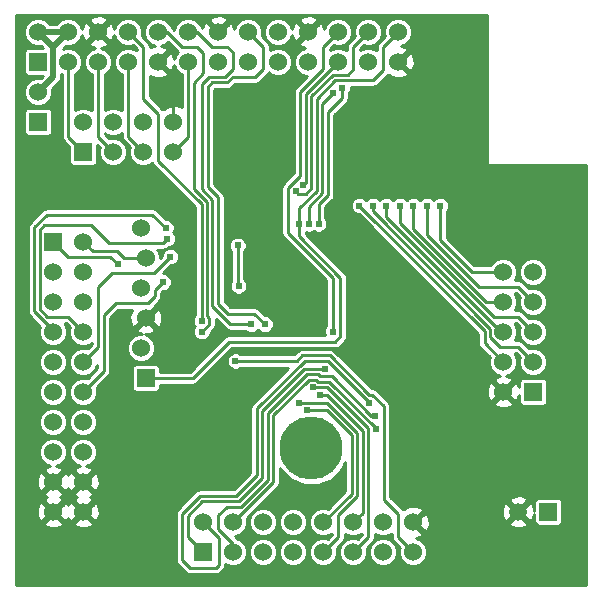
<source format=gbl>
G04 (created by PCBNEW-RS274X (2012-apr-16-27)-stable) date Sunday 03,March,2013 08:17:15 AM SGT*
G01*
G70*
G90*
%MOIN*%
G04 Gerber Fmt 3.4, Leading zero omitted, Abs format*
%FSLAX34Y34*%
G04 APERTURE LIST*
%ADD10C,0.006000*%
%ADD11R,0.059100X0.059100*%
%ADD12C,0.059100*%
%ADD13R,0.060000X0.060000*%
%ADD14C,0.060000*%
%ADD15C,0.210000*%
%ADD16C,0.024000*%
%ADD17C,0.010000*%
%ADD18C,0.020000*%
G04 APERTURE END LIST*
G54D10*
G54D11*
X68050Y-44100D03*
G54D12*
X67050Y-44100D03*
G54D13*
X54630Y-39650D03*
G54D14*
X54470Y-38650D03*
X54630Y-37650D03*
X54470Y-36650D03*
X54630Y-35650D03*
X54470Y-34650D03*
G54D13*
X51050Y-29100D03*
G54D14*
X51050Y-28100D03*
X52050Y-29100D03*
X52050Y-28100D03*
X53050Y-29100D03*
X53050Y-28100D03*
X54050Y-29100D03*
X54050Y-28100D03*
X55050Y-29100D03*
X55050Y-28100D03*
X56050Y-29100D03*
X56050Y-28100D03*
X57050Y-29100D03*
X57050Y-28100D03*
X58050Y-29100D03*
X58050Y-28100D03*
X59050Y-29100D03*
X59050Y-28100D03*
X60050Y-29100D03*
X60050Y-28100D03*
X61050Y-29100D03*
X61050Y-28100D03*
X62050Y-29100D03*
X62050Y-28100D03*
X63050Y-29100D03*
X63050Y-28100D03*
G54D13*
X51550Y-35100D03*
G54D14*
X52550Y-35100D03*
X51550Y-36100D03*
X52550Y-36100D03*
X51550Y-37100D03*
X52550Y-37100D03*
X51550Y-38100D03*
X52550Y-38100D03*
X51550Y-39100D03*
X52550Y-39100D03*
X51550Y-40100D03*
X52550Y-40100D03*
X51550Y-41100D03*
X52550Y-41100D03*
X51550Y-42100D03*
X52550Y-42100D03*
X51550Y-43100D03*
X52550Y-43100D03*
X51550Y-44100D03*
X52550Y-44100D03*
G54D13*
X67550Y-40100D03*
G54D14*
X66550Y-40100D03*
X67550Y-39100D03*
X66550Y-39100D03*
X67550Y-38100D03*
X66550Y-38100D03*
X67550Y-37100D03*
X66550Y-37100D03*
X67550Y-36100D03*
X66550Y-36100D03*
G54D13*
X56550Y-45450D03*
G54D14*
X56550Y-44450D03*
X57550Y-45450D03*
X57550Y-44450D03*
X58550Y-45450D03*
X58550Y-44450D03*
X59550Y-45450D03*
X59550Y-44450D03*
X60550Y-45450D03*
X60550Y-44450D03*
X61550Y-45450D03*
X61550Y-44450D03*
X62550Y-45450D03*
X62550Y-44450D03*
X63550Y-45450D03*
X63550Y-44450D03*
G54D13*
X52550Y-32100D03*
G54D14*
X52550Y-31100D03*
X53550Y-32100D03*
X53550Y-31100D03*
X54550Y-32100D03*
X54550Y-31100D03*
X55550Y-32100D03*
X55550Y-31100D03*
G54D13*
X51050Y-31100D03*
G54D14*
X51050Y-30100D03*
G54D15*
X60145Y-41994D03*
G54D16*
X57700Y-35225D03*
X57725Y-36575D03*
X64450Y-33900D03*
X53700Y-35850D03*
X55300Y-34650D03*
X55350Y-35000D03*
X55450Y-35600D03*
X55200Y-36450D03*
X60860Y-38100D03*
X59625Y-33425D03*
X60590Y-39335D03*
X62080Y-40470D03*
X62260Y-40910D03*
X62305Y-41345D03*
X59745Y-40470D03*
X60000Y-40725D03*
X60195Y-39955D03*
X60450Y-40215D03*
X57620Y-39080D03*
X59740Y-34510D03*
X59875Y-33225D03*
X60880Y-30160D03*
X60060Y-34510D03*
X58150Y-37850D03*
X58600Y-37850D03*
X56500Y-38100D03*
X60390Y-34510D03*
X61170Y-29990D03*
X56490Y-37740D03*
X61750Y-33900D03*
X62200Y-33900D03*
X62650Y-33900D03*
X63100Y-33900D03*
X63550Y-33900D03*
X64000Y-33900D03*
X58900Y-32350D03*
X59750Y-36250D03*
X59250Y-36750D03*
X57000Y-33000D03*
X59400Y-32350D03*
X59150Y-32100D03*
X58250Y-36250D03*
X58500Y-37000D03*
X59750Y-36000D03*
X61500Y-38150D03*
X57000Y-32250D03*
X58500Y-36500D03*
X58250Y-36750D03*
X57250Y-32750D03*
X58500Y-37250D03*
X59400Y-32100D03*
X60000Y-36750D03*
X60000Y-36250D03*
X57250Y-33000D03*
X58900Y-31850D03*
X57000Y-32000D03*
X57000Y-32500D03*
X60000Y-36000D03*
X58250Y-37000D03*
X59250Y-36000D03*
X59400Y-31850D03*
X57250Y-32500D03*
X58500Y-36750D03*
X59250Y-36250D03*
X57250Y-31750D03*
X58500Y-36250D03*
X58250Y-36000D03*
X59150Y-32600D03*
X61750Y-38650D03*
X61750Y-38900D03*
X59500Y-36000D03*
X61500Y-38400D03*
X59500Y-36750D03*
X61750Y-38150D03*
X61500Y-38650D03*
X57250Y-31500D03*
X57250Y-32250D03*
X61750Y-38400D03*
X58250Y-36500D03*
X59400Y-32600D03*
X59500Y-36500D03*
X59750Y-36750D03*
X59250Y-36500D03*
X58900Y-32100D03*
X59500Y-36250D03*
X57250Y-32000D03*
X57000Y-31500D03*
X58900Y-32600D03*
X57000Y-32750D03*
X57000Y-31750D03*
X59150Y-32350D03*
X59750Y-36500D03*
X57250Y-31250D03*
X60000Y-36500D03*
X59150Y-31850D03*
G54D17*
X57700Y-36550D02*
X57700Y-35225D01*
X57725Y-36575D02*
X57700Y-36550D01*
X64450Y-35054D02*
X65496Y-36100D01*
X65496Y-36100D02*
X66550Y-36100D01*
X64450Y-33900D02*
X64450Y-35054D01*
X51550Y-35100D02*
X52050Y-35600D01*
X53450Y-35600D02*
X53700Y-35850D01*
X52050Y-35600D02*
X53450Y-35600D01*
X52868Y-35418D02*
X53668Y-35418D01*
X53900Y-35650D02*
X54630Y-35650D01*
X53668Y-35418D02*
X53900Y-35650D01*
X52550Y-35100D02*
X52868Y-35418D01*
X51550Y-38100D02*
X51550Y-38058D01*
X50918Y-37426D02*
X50918Y-34624D01*
X54850Y-34200D02*
X55300Y-34650D01*
X51342Y-34200D02*
X54850Y-34200D01*
X51550Y-38058D02*
X50918Y-37426D01*
X50918Y-34624D02*
X51342Y-34200D01*
X51100Y-34700D02*
X51100Y-37350D01*
X52050Y-37600D02*
X52550Y-38100D01*
X51100Y-37350D02*
X51350Y-37600D01*
X51350Y-37600D02*
X52050Y-37600D01*
X55350Y-35000D02*
X55200Y-35150D01*
X52800Y-34550D02*
X51250Y-34550D01*
X53400Y-35150D02*
X52800Y-34550D01*
X51250Y-34550D02*
X51100Y-34700D01*
X55200Y-35150D02*
X53400Y-35150D01*
X55450Y-35600D02*
X54900Y-36150D01*
X53050Y-36600D02*
X53050Y-38600D01*
X53050Y-38600D02*
X52550Y-39100D01*
X54900Y-36150D02*
X53500Y-36150D01*
X53500Y-36150D02*
X53050Y-36600D01*
X53625Y-37150D02*
X53232Y-37543D01*
X53232Y-39418D02*
X52550Y-40100D01*
X53232Y-37543D02*
X53232Y-39418D01*
X54925Y-36925D02*
X54700Y-37150D01*
X55200Y-36450D02*
X54925Y-36725D01*
X54700Y-37150D02*
X53625Y-37150D01*
X54925Y-36725D02*
X54925Y-36925D01*
X59360Y-33326D02*
X59786Y-32900D01*
X59360Y-34798D02*
X59360Y-33326D01*
X60860Y-38100D02*
X60860Y-36298D01*
X60550Y-28600D02*
X61050Y-28100D01*
X59786Y-32900D02*
X59786Y-30106D01*
X59786Y-30106D02*
X60550Y-29342D01*
X60860Y-36298D02*
X59360Y-34798D01*
X60550Y-29342D02*
X60550Y-28600D01*
X61550Y-29350D02*
X61550Y-28600D01*
X59975Y-33500D02*
X60150Y-33325D01*
X60866Y-29542D02*
X60150Y-30258D01*
X61358Y-29542D02*
X60866Y-29542D01*
X59625Y-33425D02*
X59700Y-33500D01*
X60150Y-33325D02*
X60150Y-30258D01*
X61550Y-29350D02*
X61358Y-29542D01*
X59700Y-33500D02*
X59975Y-33500D01*
X62050Y-28100D02*
X61550Y-28600D01*
X52050Y-29100D02*
X52050Y-31600D01*
X52050Y-31600D02*
X52550Y-32100D01*
X53050Y-29100D02*
X53050Y-31600D01*
X53050Y-31600D02*
X53550Y-32100D01*
X55550Y-32100D02*
X56050Y-31600D01*
X56050Y-31600D02*
X56050Y-29100D01*
X54050Y-29100D02*
X54050Y-31600D01*
X54050Y-31600D02*
X54550Y-32100D01*
X58516Y-42969D02*
X58516Y-40733D01*
X56035Y-44240D02*
X56517Y-43758D01*
X57727Y-43758D02*
X58516Y-42969D01*
X56035Y-44935D02*
X56035Y-44240D01*
X56517Y-43758D02*
X57727Y-43758D01*
X58517Y-40733D02*
X59914Y-39336D01*
X60589Y-39336D02*
X60590Y-39335D01*
X58516Y-40733D02*
X58517Y-40733D01*
X56550Y-45450D02*
X56035Y-44935D01*
X59914Y-39336D02*
X60589Y-39336D01*
X56985Y-45965D02*
X56095Y-45965D01*
X56441Y-43576D02*
X57652Y-43576D01*
X60690Y-39070D02*
X62080Y-40460D01*
X57065Y-45885D02*
X56985Y-45965D01*
X58334Y-42894D02*
X58334Y-40659D01*
X58334Y-40659D02*
X59923Y-39070D01*
X59923Y-39070D02*
X60690Y-39070D01*
X56095Y-45965D02*
X55853Y-45723D01*
X55853Y-45723D02*
X55853Y-44164D01*
X55853Y-44164D02*
X56441Y-43576D01*
X62080Y-40460D02*
X62080Y-40470D01*
X57652Y-43576D02*
X58334Y-42894D01*
X57065Y-44965D02*
X57065Y-45885D01*
X57065Y-44965D02*
X56550Y-44450D01*
X57550Y-45165D02*
X57550Y-45450D01*
X58698Y-40809D02*
X59989Y-39518D01*
X59989Y-39518D02*
X60381Y-39518D01*
X58698Y-43044D02*
X58698Y-40809D01*
X60827Y-39587D02*
X62150Y-40910D01*
X57802Y-43940D02*
X58698Y-43044D01*
X62150Y-40910D02*
X62260Y-40910D01*
X57053Y-44668D02*
X57550Y-45165D01*
X60450Y-39587D02*
X60827Y-39587D01*
X60450Y-39587D02*
X60454Y-39591D01*
X57053Y-44222D02*
X57053Y-44668D01*
X57335Y-43940D02*
X57802Y-43940D01*
X57045Y-44230D02*
X57053Y-44222D01*
X60381Y-39518D02*
X60450Y-39587D01*
X57053Y-44222D02*
X57335Y-43940D01*
X58880Y-43120D02*
X57550Y-44450D01*
X58880Y-40885D02*
X60065Y-39700D01*
X62305Y-41323D02*
X62305Y-41345D01*
X60305Y-39700D02*
X60378Y-39773D01*
X60378Y-39773D02*
X60755Y-39773D01*
X60755Y-39773D02*
X62305Y-41323D01*
X58880Y-43120D02*
X58880Y-40885D01*
X60065Y-39700D02*
X60305Y-39700D01*
X60550Y-45450D02*
X61050Y-44950D01*
X61686Y-43573D02*
X61686Y-41478D01*
X61050Y-44950D02*
X61050Y-44209D01*
X60678Y-40470D02*
X59745Y-40470D01*
X61686Y-41478D02*
X60678Y-40470D01*
X61050Y-44209D02*
X61686Y-43573D01*
X60000Y-40725D02*
X60675Y-40725D01*
X61504Y-41554D02*
X61504Y-43496D01*
X60550Y-44450D02*
X61504Y-43496D01*
X60675Y-40725D02*
X61504Y-41554D01*
X62050Y-44950D02*
X62050Y-41326D01*
X62050Y-44950D02*
X61550Y-45450D01*
X60679Y-39955D02*
X62050Y-41326D01*
X60195Y-39955D02*
X60679Y-39955D01*
X61550Y-44450D02*
X61868Y-44132D01*
X60681Y-40215D02*
X60450Y-40215D01*
X61868Y-44132D02*
X61868Y-41402D01*
X61868Y-41402D02*
X60681Y-40215D01*
X57620Y-39080D02*
X59656Y-39080D01*
X62560Y-43695D02*
X63045Y-44180D01*
X59848Y-38888D02*
X60766Y-38888D01*
X59656Y-39080D02*
X59848Y-38888D01*
X62560Y-40585D02*
X62560Y-43695D01*
X63045Y-44180D02*
X63045Y-44945D01*
X62185Y-40210D02*
X62560Y-40585D01*
X60766Y-38888D02*
X62088Y-40210D01*
X62088Y-40210D02*
X62185Y-40210D01*
X63045Y-44945D02*
X63550Y-45450D01*
X60332Y-33401D02*
X60332Y-30335D01*
X59740Y-34920D02*
X61120Y-36300D01*
X62550Y-29375D02*
X62201Y-29724D01*
X59740Y-34510D02*
X59740Y-34920D01*
X62550Y-29375D02*
X62550Y-28600D01*
X60940Y-38440D02*
X57400Y-38440D01*
X57400Y-38440D02*
X56190Y-39650D01*
X56190Y-39650D02*
X54630Y-39650D01*
X59740Y-33993D02*
X60332Y-33401D01*
X61120Y-36300D02*
X61120Y-38260D01*
X60943Y-29724D02*
X60332Y-30335D01*
X61120Y-38260D02*
X60940Y-38440D01*
X59740Y-34510D02*
X59740Y-33993D01*
X62201Y-29724D02*
X60943Y-29724D01*
X63050Y-28100D02*
X62550Y-28600D01*
X59968Y-30182D02*
X61050Y-29100D01*
X59875Y-33225D02*
X59968Y-33132D01*
X59968Y-33132D02*
X59968Y-30182D01*
X60060Y-34510D02*
X60060Y-33932D01*
X60060Y-33932D02*
X60520Y-33472D01*
X60520Y-33472D02*
X60520Y-30520D01*
X60520Y-30520D02*
X60880Y-30160D01*
X56330Y-28100D02*
X56830Y-28600D01*
X56740Y-29610D02*
X56500Y-29850D01*
X57450Y-37850D02*
X56854Y-37254D01*
X57350Y-28600D02*
X57540Y-28790D01*
X56854Y-33698D02*
X56500Y-33344D01*
X56830Y-28600D02*
X57350Y-28600D01*
X57540Y-29340D02*
X57270Y-29610D01*
X57540Y-28790D02*
X57540Y-29340D01*
X57270Y-29610D02*
X56740Y-29610D01*
X56500Y-29850D02*
X56500Y-33344D01*
X58150Y-37850D02*
X57450Y-37850D01*
X56854Y-37254D02*
X56854Y-33698D01*
X56330Y-28100D02*
X56050Y-28100D01*
X56700Y-33286D02*
X57040Y-33626D01*
X58550Y-28600D02*
X58550Y-29340D01*
X57358Y-37500D02*
X57040Y-37182D01*
X58550Y-28600D02*
X58050Y-28100D01*
X56700Y-29946D02*
X56700Y-33286D01*
X57040Y-33626D02*
X57040Y-37182D01*
X58250Y-37500D02*
X57358Y-37500D01*
X58550Y-29340D02*
X58280Y-29610D01*
X58280Y-29610D02*
X57528Y-29610D01*
X56854Y-29792D02*
X56700Y-29946D01*
X57346Y-29792D02*
X56854Y-29792D01*
X58600Y-37850D02*
X58250Y-37500D01*
X57528Y-29610D02*
X57346Y-29792D01*
X56232Y-29808D02*
X56232Y-33334D01*
X56550Y-29490D02*
X56232Y-29808D01*
X56350Y-28600D02*
X56550Y-28800D01*
X55330Y-28100D02*
X55830Y-28600D01*
X56550Y-28800D02*
X56550Y-29490D01*
X56750Y-37850D02*
X56500Y-38100D01*
X56672Y-37562D02*
X56750Y-37640D01*
X55830Y-28600D02*
X56350Y-28600D01*
X56232Y-33334D02*
X56672Y-33774D01*
X56672Y-33774D02*
X56672Y-37562D01*
X56750Y-37640D02*
X56750Y-37850D01*
X55330Y-28100D02*
X55050Y-28100D01*
X60390Y-34510D02*
X60390Y-33860D01*
X60390Y-33860D02*
X60702Y-33548D01*
X60702Y-33548D02*
X60702Y-30788D01*
X61170Y-30320D02*
X61170Y-29990D01*
X60702Y-30788D02*
X61170Y-30320D01*
X55050Y-32410D02*
X56490Y-33850D01*
X55050Y-30850D02*
X55050Y-32410D01*
X54550Y-28600D02*
X54550Y-30350D01*
X54050Y-28100D02*
X54550Y-28600D01*
X54550Y-30350D02*
X55050Y-30850D01*
X56490Y-37740D02*
X56490Y-33850D01*
G54D18*
X52050Y-28100D02*
X51550Y-28600D01*
X51050Y-28100D02*
X51550Y-28600D01*
X51550Y-29600D02*
X51050Y-30100D01*
X52050Y-28100D02*
X51050Y-28100D01*
X51550Y-28600D02*
X51550Y-29600D01*
G54D17*
X65924Y-38074D02*
X65924Y-38474D01*
X65924Y-38474D02*
X66550Y-39100D01*
X61750Y-33900D02*
X65924Y-38074D01*
X67050Y-38600D02*
X67550Y-39100D01*
X66106Y-38278D02*
X66428Y-38600D01*
X66428Y-38600D02*
X67050Y-38600D01*
X62200Y-34092D02*
X66106Y-37998D01*
X62210Y-33900D02*
X62200Y-33900D01*
X62200Y-33900D02*
X62200Y-34092D01*
X66106Y-37998D02*
X66106Y-38278D01*
X62650Y-34284D02*
X66466Y-38100D01*
X66466Y-38100D02*
X66550Y-38100D01*
X62650Y-33900D02*
X62650Y-34284D01*
X63100Y-33900D02*
X63100Y-34476D01*
X66226Y-37602D02*
X67052Y-37602D01*
X63100Y-34476D02*
X66226Y-37602D01*
X67550Y-38100D02*
X67052Y-37602D01*
X67052Y-37602D02*
X67050Y-37600D01*
X63550Y-33900D02*
X63550Y-34670D01*
X65980Y-37100D02*
X66550Y-37100D01*
X63550Y-34670D02*
X65980Y-37100D01*
X64000Y-33900D02*
X64000Y-34862D01*
X64000Y-34862D02*
X65738Y-36600D01*
X67050Y-36600D02*
X67550Y-37100D01*
X65738Y-36600D02*
X67050Y-36600D01*
X59150Y-32350D02*
X59150Y-32100D01*
X57250Y-32000D02*
X57250Y-32250D01*
X58500Y-36500D02*
X58500Y-36750D01*
X58500Y-36250D02*
X58750Y-36000D01*
X58900Y-32100D02*
X58900Y-32350D01*
X57000Y-32750D02*
X57000Y-33000D01*
X61750Y-38900D02*
X61750Y-38650D01*
X57000Y-31500D02*
X57250Y-31250D01*
X59150Y-31850D02*
X58900Y-31850D01*
X59750Y-36750D02*
X59500Y-36750D01*
X60000Y-36000D02*
X60000Y-36250D01*
X59250Y-36750D02*
X59250Y-36500D01*
X61500Y-38150D02*
X61500Y-38400D01*
X57000Y-31750D02*
X57000Y-32000D01*
X58500Y-37000D02*
X58250Y-36750D01*
X61500Y-38650D02*
X61350Y-38800D01*
X61350Y-38800D02*
X61300Y-38800D01*
X57000Y-32250D02*
X57000Y-32500D01*
X59500Y-36500D02*
X59750Y-36500D01*
X55050Y-29100D02*
X55550Y-29600D01*
X61750Y-38400D02*
X61750Y-38150D01*
X60000Y-36500D02*
X60000Y-36750D01*
X58250Y-36000D02*
X58500Y-36250D01*
X58250Y-36500D02*
X58250Y-36250D01*
X58250Y-37000D02*
X58500Y-37250D01*
X58750Y-36000D02*
X59250Y-36000D01*
X58900Y-32600D02*
X59150Y-32600D01*
X59400Y-32350D02*
X59400Y-32600D01*
X59400Y-31850D02*
X59400Y-32100D01*
X57250Y-31500D02*
X57250Y-31750D01*
X59500Y-36000D02*
X59750Y-36000D01*
X57250Y-32500D02*
X57250Y-32750D01*
X55550Y-29600D02*
X55550Y-31100D01*
X59750Y-36250D02*
X59500Y-36250D01*
G54D10*
G36*
X55621Y-31100D02*
X55550Y-31171D01*
X55479Y-31100D01*
X55550Y-31029D01*
X55621Y-31100D01*
X55621Y-31100D01*
G37*
G54D17*
X55621Y-31100D02*
X55550Y-31171D01*
X55479Y-31100D01*
X55550Y-31029D01*
X55621Y-31100D01*
G54D10*
G36*
X55830Y-30627D02*
X55629Y-30557D01*
X55416Y-30568D01*
X55269Y-30628D01*
X55257Y-30666D01*
X55225Y-30634D01*
X55185Y-30673D01*
X54770Y-30258D01*
X54770Y-29572D01*
X54971Y-29643D01*
X55184Y-29632D01*
X55331Y-29572D01*
X55358Y-29478D01*
X55085Y-29206D01*
X55050Y-29171D01*
X54979Y-29100D01*
X55050Y-29029D01*
X55085Y-28994D01*
X55358Y-28722D01*
X55331Y-28628D01*
X55153Y-28565D01*
X55316Y-28499D01*
X55366Y-28448D01*
X55672Y-28753D01*
X55674Y-28756D01*
X55707Y-28777D01*
X55652Y-28833D01*
X55583Y-28997D01*
X55582Y-28966D01*
X55522Y-28819D01*
X55428Y-28792D01*
X55121Y-29100D01*
X55428Y-29408D01*
X55522Y-29381D01*
X55584Y-29203D01*
X55651Y-29366D01*
X55783Y-29498D01*
X55830Y-29517D01*
X55830Y-30627D01*
X55830Y-30627D01*
G37*
G54D17*
X55830Y-30627D02*
X55629Y-30557D01*
X55416Y-30568D01*
X55269Y-30628D01*
X55257Y-30666D01*
X55225Y-30634D01*
X55185Y-30673D01*
X54770Y-30258D01*
X54770Y-29572D01*
X54971Y-29643D01*
X55184Y-29632D01*
X55331Y-29572D01*
X55358Y-29478D01*
X55085Y-29206D01*
X55050Y-29171D01*
X54979Y-29100D01*
X55050Y-29029D01*
X55085Y-28994D01*
X55358Y-28722D01*
X55331Y-28628D01*
X55153Y-28565D01*
X55316Y-28499D01*
X55366Y-28448D01*
X55672Y-28753D01*
X55674Y-28756D01*
X55707Y-28777D01*
X55652Y-28833D01*
X55583Y-28997D01*
X55582Y-28966D01*
X55522Y-28819D01*
X55428Y-28792D01*
X55121Y-29100D01*
X55428Y-29408D01*
X55522Y-29381D01*
X55584Y-29203D01*
X55651Y-29366D01*
X55783Y-29498D01*
X55830Y-29517D01*
X55830Y-30627D01*
G54D10*
G36*
X69300Y-46550D02*
X68515Y-46550D01*
X68515Y-44429D01*
X68515Y-44361D01*
X68515Y-43771D01*
X68489Y-43709D01*
X68441Y-43661D01*
X68379Y-43635D01*
X68311Y-43635D01*
X68020Y-43635D01*
X68020Y-40434D01*
X68020Y-40366D01*
X68020Y-39766D01*
X68020Y-39194D01*
X68020Y-39007D01*
X67949Y-38834D01*
X67817Y-38702D01*
X67644Y-38630D01*
X67457Y-38630D01*
X67410Y-38649D01*
X67206Y-38444D01*
X67134Y-38397D01*
X67050Y-38379D01*
X67045Y-38380D01*
X66935Y-38380D01*
X66948Y-38367D01*
X67020Y-38194D01*
X67020Y-38007D01*
X66949Y-37834D01*
X66937Y-37822D01*
X66960Y-37822D01*
X67098Y-37960D01*
X67080Y-38006D01*
X67080Y-38193D01*
X67151Y-38366D01*
X67283Y-38498D01*
X67456Y-38570D01*
X67643Y-38570D01*
X67816Y-38499D01*
X67948Y-38367D01*
X68020Y-38194D01*
X68020Y-38007D01*
X67949Y-37834D01*
X67817Y-37702D01*
X67644Y-37630D01*
X67457Y-37630D01*
X67410Y-37649D01*
X67208Y-37446D01*
X67206Y-37445D01*
X67206Y-37444D01*
X67134Y-37397D01*
X67050Y-37379D01*
X67036Y-37382D01*
X66933Y-37382D01*
X66948Y-37367D01*
X67020Y-37194D01*
X67020Y-37007D01*
X66949Y-36834D01*
X66935Y-36820D01*
X66958Y-36820D01*
X67098Y-36960D01*
X67080Y-37006D01*
X67080Y-37193D01*
X67151Y-37366D01*
X67283Y-37498D01*
X67456Y-37570D01*
X67643Y-37570D01*
X67816Y-37499D01*
X67948Y-37367D01*
X68020Y-37194D01*
X68020Y-37007D01*
X68020Y-36194D01*
X68020Y-36007D01*
X67949Y-35834D01*
X67817Y-35702D01*
X67644Y-35630D01*
X67457Y-35630D01*
X67284Y-35701D01*
X67152Y-35833D01*
X67080Y-36006D01*
X67080Y-36193D01*
X67151Y-36366D01*
X67283Y-36498D01*
X67456Y-36570D01*
X67643Y-36570D01*
X67816Y-36499D01*
X67948Y-36367D01*
X68020Y-36194D01*
X68020Y-37007D01*
X67949Y-36834D01*
X67817Y-36702D01*
X67644Y-36630D01*
X67457Y-36630D01*
X67410Y-36649D01*
X67206Y-36444D01*
X67134Y-36397D01*
X67050Y-36379D01*
X67045Y-36380D01*
X66935Y-36380D01*
X66948Y-36367D01*
X67020Y-36194D01*
X67020Y-36007D01*
X66949Y-35834D01*
X66817Y-35702D01*
X66644Y-35630D01*
X66457Y-35630D01*
X66284Y-35701D01*
X66152Y-35833D01*
X66132Y-35880D01*
X65587Y-35880D01*
X64670Y-34962D01*
X64670Y-34088D01*
X64695Y-34064D01*
X64739Y-33958D01*
X64739Y-33843D01*
X64695Y-33737D01*
X64614Y-33655D01*
X64508Y-33611D01*
X64393Y-33611D01*
X64287Y-33655D01*
X64224Y-33716D01*
X64164Y-33655D01*
X64058Y-33611D01*
X63943Y-33611D01*
X63837Y-33655D01*
X63774Y-33716D01*
X63714Y-33655D01*
X63608Y-33611D01*
X63593Y-33611D01*
X63593Y-29179D01*
X63582Y-28966D01*
X63522Y-28819D01*
X63520Y-28818D01*
X63520Y-28194D01*
X63520Y-28007D01*
X63449Y-27834D01*
X63317Y-27702D01*
X63144Y-27630D01*
X62957Y-27630D01*
X62784Y-27701D01*
X62652Y-27833D01*
X62580Y-28006D01*
X62580Y-28193D01*
X62599Y-28239D01*
X62394Y-28444D01*
X62347Y-28516D01*
X62329Y-28600D01*
X62330Y-28604D01*
X62330Y-28715D01*
X62317Y-28702D01*
X62144Y-28630D01*
X61957Y-28630D01*
X61784Y-28701D01*
X61770Y-28715D01*
X61770Y-28691D01*
X61910Y-28551D01*
X61956Y-28570D01*
X62143Y-28570D01*
X62316Y-28499D01*
X62448Y-28367D01*
X62520Y-28194D01*
X62520Y-28007D01*
X62449Y-27834D01*
X62317Y-27702D01*
X62144Y-27630D01*
X61957Y-27630D01*
X61784Y-27701D01*
X61652Y-27833D01*
X61580Y-28006D01*
X61580Y-28193D01*
X61599Y-28239D01*
X61394Y-28444D01*
X61347Y-28516D01*
X61329Y-28600D01*
X61330Y-28604D01*
X61330Y-28715D01*
X61317Y-28702D01*
X61144Y-28630D01*
X60957Y-28630D01*
X60784Y-28701D01*
X60770Y-28715D01*
X60770Y-28691D01*
X60910Y-28551D01*
X60956Y-28570D01*
X61143Y-28570D01*
X61316Y-28499D01*
X61448Y-28367D01*
X61520Y-28194D01*
X61520Y-28007D01*
X61449Y-27834D01*
X61317Y-27702D01*
X61144Y-27630D01*
X60957Y-27630D01*
X60784Y-27701D01*
X60652Y-27833D01*
X60583Y-27997D01*
X60582Y-27966D01*
X60522Y-27819D01*
X60428Y-27792D01*
X60358Y-27862D01*
X60358Y-27722D01*
X60331Y-27628D01*
X60129Y-27557D01*
X59916Y-27568D01*
X59769Y-27628D01*
X59742Y-27722D01*
X60050Y-28029D01*
X60358Y-27722D01*
X60358Y-27862D01*
X60121Y-28100D01*
X60050Y-28171D01*
X59979Y-28241D01*
X59979Y-28100D01*
X59672Y-27792D01*
X59578Y-27819D01*
X59515Y-27996D01*
X59449Y-27834D01*
X59317Y-27702D01*
X59144Y-27630D01*
X58957Y-27630D01*
X58784Y-27701D01*
X58652Y-27833D01*
X58580Y-28006D01*
X58580Y-28193D01*
X58651Y-28366D01*
X58783Y-28498D01*
X58956Y-28570D01*
X59143Y-28570D01*
X59316Y-28499D01*
X59448Y-28367D01*
X59516Y-28202D01*
X59518Y-28234D01*
X59578Y-28381D01*
X59672Y-28408D01*
X59979Y-28100D01*
X59979Y-28241D01*
X59742Y-28478D01*
X59769Y-28572D01*
X59946Y-28634D01*
X59784Y-28701D01*
X59652Y-28833D01*
X59580Y-29006D01*
X59580Y-29193D01*
X59651Y-29366D01*
X59783Y-29498D01*
X59956Y-29570D01*
X60010Y-29570D01*
X59630Y-29950D01*
X59583Y-30022D01*
X59565Y-30106D01*
X59566Y-30110D01*
X59566Y-32808D01*
X59520Y-32854D01*
X59520Y-29194D01*
X59520Y-29007D01*
X59449Y-28834D01*
X59317Y-28702D01*
X59144Y-28630D01*
X58957Y-28630D01*
X58784Y-28701D01*
X58770Y-28715D01*
X58770Y-28604D01*
X58770Y-28600D01*
X58771Y-28600D01*
X58753Y-28516D01*
X58706Y-28444D01*
X58703Y-28442D01*
X58501Y-28239D01*
X58520Y-28194D01*
X58520Y-28007D01*
X58449Y-27834D01*
X58317Y-27702D01*
X58144Y-27630D01*
X57957Y-27630D01*
X57784Y-27701D01*
X57652Y-27833D01*
X57583Y-27997D01*
X57582Y-27966D01*
X57522Y-27819D01*
X57428Y-27792D01*
X57358Y-27862D01*
X57358Y-27722D01*
X57331Y-27628D01*
X57129Y-27557D01*
X56916Y-27568D01*
X56769Y-27628D01*
X56742Y-27722D01*
X57050Y-28029D01*
X57358Y-27722D01*
X57358Y-27862D01*
X57121Y-28100D01*
X57050Y-28171D01*
X56979Y-28100D01*
X56944Y-28065D01*
X56672Y-27792D01*
X56578Y-27819D01*
X56521Y-27979D01*
X56499Y-27957D01*
X56449Y-27834D01*
X56317Y-27702D01*
X56144Y-27630D01*
X55957Y-27630D01*
X55784Y-27701D01*
X55652Y-27833D01*
X55580Y-28006D01*
X55580Y-28038D01*
X55499Y-27957D01*
X55449Y-27834D01*
X55317Y-27702D01*
X55144Y-27630D01*
X54957Y-27630D01*
X54784Y-27701D01*
X54652Y-27833D01*
X54580Y-28006D01*
X54580Y-28193D01*
X54651Y-28366D01*
X54783Y-28498D01*
X54947Y-28566D01*
X54916Y-28568D01*
X54770Y-28627D01*
X54770Y-28604D01*
X54770Y-28600D01*
X54771Y-28600D01*
X54753Y-28516D01*
X54706Y-28444D01*
X54703Y-28442D01*
X54501Y-28239D01*
X54520Y-28194D01*
X54520Y-28007D01*
X54449Y-27834D01*
X54317Y-27702D01*
X54144Y-27630D01*
X53957Y-27630D01*
X53784Y-27701D01*
X53652Y-27833D01*
X53583Y-27997D01*
X53582Y-27966D01*
X53522Y-27819D01*
X53428Y-27792D01*
X53358Y-27862D01*
X53358Y-27722D01*
X53331Y-27628D01*
X53129Y-27557D01*
X52916Y-27568D01*
X52769Y-27628D01*
X52742Y-27722D01*
X53050Y-28029D01*
X53358Y-27722D01*
X53358Y-27862D01*
X53121Y-28100D01*
X53428Y-28408D01*
X53522Y-28381D01*
X53584Y-28203D01*
X53651Y-28366D01*
X53783Y-28498D01*
X53956Y-28570D01*
X54143Y-28570D01*
X54189Y-28550D01*
X54330Y-28691D01*
X54330Y-28715D01*
X54317Y-28702D01*
X54144Y-28630D01*
X53957Y-28630D01*
X53784Y-28701D01*
X53652Y-28833D01*
X53580Y-29006D01*
X53580Y-29193D01*
X53651Y-29366D01*
X53783Y-29498D01*
X53830Y-29517D01*
X53830Y-30715D01*
X53817Y-30702D01*
X53644Y-30630D01*
X53457Y-30630D01*
X53284Y-30701D01*
X53270Y-30715D01*
X53270Y-29517D01*
X53316Y-29499D01*
X53448Y-29367D01*
X53520Y-29194D01*
X53520Y-29007D01*
X53449Y-28834D01*
X53317Y-28702D01*
X53152Y-28633D01*
X53184Y-28632D01*
X53331Y-28572D01*
X53358Y-28478D01*
X53050Y-28171D01*
X52742Y-28478D01*
X52769Y-28572D01*
X52946Y-28634D01*
X52784Y-28701D01*
X52652Y-28833D01*
X52580Y-29006D01*
X52580Y-29193D01*
X52651Y-29366D01*
X52783Y-29498D01*
X52830Y-29517D01*
X52830Y-30715D01*
X52817Y-30702D01*
X52644Y-30630D01*
X52457Y-30630D01*
X52284Y-30701D01*
X52270Y-30715D01*
X52270Y-29517D01*
X52316Y-29499D01*
X52448Y-29367D01*
X52520Y-29194D01*
X52520Y-29007D01*
X52449Y-28834D01*
X52317Y-28702D01*
X52144Y-28630D01*
X51957Y-28630D01*
X51863Y-28668D01*
X51962Y-28570D01*
X52143Y-28570D01*
X52316Y-28499D01*
X52448Y-28367D01*
X52516Y-28202D01*
X52518Y-28234D01*
X52578Y-28381D01*
X52672Y-28408D01*
X52979Y-28100D01*
X52672Y-27792D01*
X52578Y-27819D01*
X52515Y-27996D01*
X52449Y-27834D01*
X52317Y-27702D01*
X52144Y-27630D01*
X51957Y-27630D01*
X51784Y-27701D01*
X51655Y-27830D01*
X51445Y-27830D01*
X51317Y-27702D01*
X51144Y-27630D01*
X50957Y-27630D01*
X50784Y-27701D01*
X50652Y-27833D01*
X50580Y-28006D01*
X50580Y-28193D01*
X50651Y-28366D01*
X50783Y-28498D01*
X50956Y-28570D01*
X51138Y-28570D01*
X51198Y-28630D01*
X50716Y-28630D01*
X50654Y-28656D01*
X50606Y-28704D01*
X50580Y-28766D01*
X50580Y-28834D01*
X50580Y-29434D01*
X50606Y-29496D01*
X50654Y-29544D01*
X50716Y-29570D01*
X50784Y-29570D01*
X51198Y-29570D01*
X51138Y-29630D01*
X50957Y-29630D01*
X50784Y-29701D01*
X50652Y-29833D01*
X50580Y-30006D01*
X50580Y-30193D01*
X50651Y-30366D01*
X50783Y-30498D01*
X50956Y-30570D01*
X51143Y-30570D01*
X51316Y-30499D01*
X51448Y-30367D01*
X51520Y-30194D01*
X51520Y-30012D01*
X51741Y-29791D01*
X51799Y-29703D01*
X51820Y-29600D01*
X51820Y-29513D01*
X51830Y-29517D01*
X51830Y-31595D01*
X51829Y-31600D01*
X51847Y-31684D01*
X51894Y-31756D01*
X52080Y-31941D01*
X52080Y-32434D01*
X52106Y-32496D01*
X52154Y-32544D01*
X52216Y-32570D01*
X52284Y-32570D01*
X52884Y-32570D01*
X52946Y-32544D01*
X52994Y-32496D01*
X53020Y-32434D01*
X53020Y-32366D01*
X53020Y-31881D01*
X53098Y-31960D01*
X53080Y-32006D01*
X53080Y-32193D01*
X53151Y-32366D01*
X53283Y-32498D01*
X53456Y-32570D01*
X53643Y-32570D01*
X53816Y-32499D01*
X53948Y-32367D01*
X54020Y-32194D01*
X54020Y-32007D01*
X53949Y-31834D01*
X53817Y-31702D01*
X53644Y-31630D01*
X53457Y-31630D01*
X53410Y-31649D01*
X53270Y-31508D01*
X53270Y-31485D01*
X53283Y-31498D01*
X53456Y-31570D01*
X53643Y-31570D01*
X53816Y-31499D01*
X53830Y-31485D01*
X53830Y-31595D01*
X53829Y-31600D01*
X53847Y-31684D01*
X53894Y-31756D01*
X54098Y-31960D01*
X54080Y-32006D01*
X54080Y-32193D01*
X54151Y-32366D01*
X54283Y-32498D01*
X54456Y-32570D01*
X54643Y-32570D01*
X54816Y-32499D01*
X54842Y-32472D01*
X54847Y-32494D01*
X54894Y-32566D01*
X56270Y-33941D01*
X56270Y-37551D01*
X56245Y-37576D01*
X56201Y-37682D01*
X56201Y-37797D01*
X56245Y-37903D01*
X56266Y-37924D01*
X56255Y-37936D01*
X56211Y-38042D01*
X56211Y-38157D01*
X56255Y-38263D01*
X56336Y-38345D01*
X56442Y-38389D01*
X56557Y-38389D01*
X56663Y-38345D01*
X56745Y-38264D01*
X56789Y-38158D01*
X56789Y-38122D01*
X56903Y-38007D01*
X56905Y-38006D01*
X56906Y-38006D01*
X56934Y-37963D01*
X56953Y-37935D01*
X56953Y-37934D01*
X56970Y-37850D01*
X56970Y-37681D01*
X57292Y-38003D01*
X57294Y-38006D01*
X57365Y-38052D01*
X57366Y-38053D01*
X57432Y-38066D01*
X57449Y-38070D01*
X57449Y-38069D01*
X57450Y-38070D01*
X57961Y-38070D01*
X57986Y-38095D01*
X58092Y-38139D01*
X58207Y-38139D01*
X58313Y-38095D01*
X58375Y-38033D01*
X58436Y-38095D01*
X58542Y-38139D01*
X58657Y-38139D01*
X58763Y-38095D01*
X58845Y-38014D01*
X58889Y-37908D01*
X58889Y-37793D01*
X58845Y-37687D01*
X58764Y-37605D01*
X58658Y-37561D01*
X58622Y-37561D01*
X58406Y-37344D01*
X58334Y-37297D01*
X58250Y-37279D01*
X58245Y-37280D01*
X58014Y-37280D01*
X58014Y-36633D01*
X58014Y-36518D01*
X57970Y-36412D01*
X57920Y-36361D01*
X57920Y-35413D01*
X57945Y-35389D01*
X57989Y-35283D01*
X57989Y-35168D01*
X57945Y-35062D01*
X57864Y-34980D01*
X57758Y-34936D01*
X57643Y-34936D01*
X57537Y-34980D01*
X57455Y-35061D01*
X57411Y-35167D01*
X57411Y-35282D01*
X57455Y-35388D01*
X57480Y-35413D01*
X57480Y-36411D01*
X57436Y-36517D01*
X57436Y-36632D01*
X57480Y-36738D01*
X57561Y-36820D01*
X57667Y-36864D01*
X57782Y-36864D01*
X57888Y-36820D01*
X57970Y-36739D01*
X58014Y-36633D01*
X58014Y-37280D01*
X57449Y-37280D01*
X57260Y-37090D01*
X57260Y-33626D01*
X57259Y-33625D01*
X57260Y-33625D01*
X57256Y-33608D01*
X57243Y-33542D01*
X57242Y-33541D01*
X57196Y-33470D01*
X57193Y-33468D01*
X56920Y-33194D01*
X56920Y-30037D01*
X56945Y-30012D01*
X57341Y-30012D01*
X57346Y-30013D01*
X57346Y-30012D01*
X57430Y-29995D01*
X57502Y-29948D01*
X57619Y-29830D01*
X58275Y-29830D01*
X58280Y-29831D01*
X58280Y-29830D01*
X58364Y-29813D01*
X58436Y-29766D01*
X58703Y-29497D01*
X58705Y-29496D01*
X58706Y-29496D01*
X58735Y-29450D01*
X58783Y-29498D01*
X58956Y-29570D01*
X59143Y-29570D01*
X59316Y-29499D01*
X59448Y-29367D01*
X59520Y-29194D01*
X59520Y-32854D01*
X59204Y-33170D01*
X59157Y-33242D01*
X59139Y-33326D01*
X59140Y-33330D01*
X59140Y-34793D01*
X59139Y-34798D01*
X59157Y-34882D01*
X59204Y-34954D01*
X60640Y-36389D01*
X60640Y-37911D01*
X60615Y-37936D01*
X60571Y-38042D01*
X60571Y-38157D01*
X60597Y-38220D01*
X57400Y-38220D01*
X57316Y-38237D01*
X57244Y-38284D01*
X57242Y-38286D01*
X56098Y-39430D01*
X55739Y-39430D01*
X55739Y-35658D01*
X55739Y-35543D01*
X55695Y-35437D01*
X55614Y-35355D01*
X55508Y-35311D01*
X55393Y-35311D01*
X55287Y-35355D01*
X55205Y-35436D01*
X55161Y-35542D01*
X55161Y-35577D01*
X55100Y-35638D01*
X55100Y-35557D01*
X55029Y-35384D01*
X55015Y-35370D01*
X55195Y-35370D01*
X55200Y-35371D01*
X55200Y-35370D01*
X55284Y-35353D01*
X55356Y-35306D01*
X55372Y-35289D01*
X55407Y-35289D01*
X55513Y-35245D01*
X55595Y-35164D01*
X55639Y-35058D01*
X55639Y-34943D01*
X55595Y-34837D01*
X55553Y-34794D01*
X55589Y-34708D01*
X55589Y-34593D01*
X55545Y-34487D01*
X55464Y-34405D01*
X55358Y-34361D01*
X55322Y-34361D01*
X55006Y-34044D01*
X54934Y-33997D01*
X54850Y-33979D01*
X54845Y-33980D01*
X51520Y-33980D01*
X51520Y-31434D01*
X51520Y-31366D01*
X51520Y-30766D01*
X51494Y-30704D01*
X51446Y-30656D01*
X51384Y-30630D01*
X51316Y-30630D01*
X50716Y-30630D01*
X50654Y-30656D01*
X50606Y-30704D01*
X50580Y-30766D01*
X50580Y-30834D01*
X50580Y-31434D01*
X50606Y-31496D01*
X50654Y-31544D01*
X50716Y-31570D01*
X50784Y-31570D01*
X51384Y-31570D01*
X51446Y-31544D01*
X51494Y-31496D01*
X51520Y-31434D01*
X51520Y-33980D01*
X51342Y-33980D01*
X51258Y-33997D01*
X51186Y-34044D01*
X51184Y-34046D01*
X50762Y-34468D01*
X50715Y-34540D01*
X50697Y-34624D01*
X50698Y-34628D01*
X50698Y-37421D01*
X50697Y-37426D01*
X50715Y-37510D01*
X50762Y-37582D01*
X51111Y-37930D01*
X51080Y-38006D01*
X51080Y-38193D01*
X51151Y-38366D01*
X51283Y-38498D01*
X51456Y-38570D01*
X51643Y-38570D01*
X51816Y-38499D01*
X51948Y-38367D01*
X52020Y-38194D01*
X52020Y-38007D01*
X51949Y-37834D01*
X51935Y-37820D01*
X51958Y-37820D01*
X52098Y-37960D01*
X52080Y-38006D01*
X52080Y-38193D01*
X52151Y-38366D01*
X52283Y-38498D01*
X52456Y-38570D01*
X52643Y-38570D01*
X52816Y-38499D01*
X52830Y-38485D01*
X52830Y-38508D01*
X52689Y-38648D01*
X52644Y-38630D01*
X52457Y-38630D01*
X52284Y-38701D01*
X52152Y-38833D01*
X52080Y-39006D01*
X52080Y-39193D01*
X52151Y-39366D01*
X52283Y-39498D01*
X52456Y-39570D01*
X52643Y-39570D01*
X52816Y-39499D01*
X52948Y-39367D01*
X53012Y-39213D01*
X53012Y-39326D01*
X52689Y-39648D01*
X52644Y-39630D01*
X52457Y-39630D01*
X52284Y-39701D01*
X52152Y-39833D01*
X52080Y-40006D01*
X52080Y-40193D01*
X52151Y-40366D01*
X52283Y-40498D01*
X52456Y-40570D01*
X52643Y-40570D01*
X52816Y-40499D01*
X52948Y-40367D01*
X53020Y-40194D01*
X53020Y-40007D01*
X53000Y-39960D01*
X53385Y-39575D01*
X53387Y-39574D01*
X53388Y-39574D01*
X53435Y-39502D01*
X53452Y-39418D01*
X53452Y-37634D01*
X53716Y-37370D01*
X54157Y-37370D01*
X54087Y-37571D01*
X54098Y-37784D01*
X54158Y-37931D01*
X54252Y-37958D01*
X54524Y-37685D01*
X54559Y-37650D01*
X54630Y-37579D01*
X54665Y-37544D01*
X54938Y-37272D01*
X54927Y-37234D01*
X55078Y-37082D01*
X55080Y-37081D01*
X55081Y-37081D01*
X55128Y-37009D01*
X55145Y-36925D01*
X55145Y-36816D01*
X55222Y-36739D01*
X55257Y-36739D01*
X55363Y-36695D01*
X55445Y-36614D01*
X55489Y-36508D01*
X55489Y-36393D01*
X55445Y-36287D01*
X55364Y-36205D01*
X55258Y-36161D01*
X55200Y-36161D01*
X55472Y-35889D01*
X55507Y-35889D01*
X55613Y-35845D01*
X55695Y-35764D01*
X55739Y-35658D01*
X55739Y-39430D01*
X55173Y-39430D01*
X55173Y-37729D01*
X55162Y-37516D01*
X55102Y-37369D01*
X55008Y-37342D01*
X54701Y-37650D01*
X55008Y-37958D01*
X55102Y-37931D01*
X55173Y-37729D01*
X55173Y-39430D01*
X55100Y-39430D01*
X55100Y-39316D01*
X55074Y-39254D01*
X55026Y-39206D01*
X54964Y-39180D01*
X54940Y-39180D01*
X54940Y-38744D01*
X54940Y-38557D01*
X54869Y-38384D01*
X54737Y-38252D01*
X54590Y-38190D01*
X54764Y-38182D01*
X54911Y-38122D01*
X54938Y-38028D01*
X54630Y-37721D01*
X54322Y-38028D01*
X54349Y-38122D01*
X54514Y-38180D01*
X54377Y-38180D01*
X54204Y-38251D01*
X54072Y-38383D01*
X54000Y-38556D01*
X54000Y-38743D01*
X54071Y-38916D01*
X54203Y-39048D01*
X54376Y-39120D01*
X54563Y-39120D01*
X54736Y-39049D01*
X54868Y-38917D01*
X54940Y-38744D01*
X54940Y-39180D01*
X54896Y-39180D01*
X54296Y-39180D01*
X54234Y-39206D01*
X54186Y-39254D01*
X54160Y-39316D01*
X54160Y-39384D01*
X54160Y-39984D01*
X54186Y-40046D01*
X54234Y-40094D01*
X54296Y-40120D01*
X54364Y-40120D01*
X54964Y-40120D01*
X55026Y-40094D01*
X55074Y-40046D01*
X55100Y-39984D01*
X55100Y-39916D01*
X55100Y-39870D01*
X56185Y-39870D01*
X56190Y-39871D01*
X56190Y-39870D01*
X56274Y-39853D01*
X56346Y-39806D01*
X57491Y-38660D01*
X60935Y-38660D01*
X60940Y-38661D01*
X60940Y-38660D01*
X61024Y-38643D01*
X61096Y-38596D01*
X61273Y-38417D01*
X61275Y-38416D01*
X61276Y-38416D01*
X61304Y-38373D01*
X61323Y-38345D01*
X61323Y-38344D01*
X61340Y-38260D01*
X61340Y-36300D01*
X61323Y-36216D01*
X61323Y-36215D01*
X61304Y-36186D01*
X61276Y-36144D01*
X61273Y-36142D01*
X59960Y-34828D01*
X59960Y-34781D01*
X60002Y-34799D01*
X60117Y-34799D01*
X60223Y-34755D01*
X60224Y-34753D01*
X60226Y-34755D01*
X60332Y-34799D01*
X60447Y-34799D01*
X60553Y-34755D01*
X60635Y-34674D01*
X60679Y-34568D01*
X60679Y-34453D01*
X60635Y-34347D01*
X60610Y-34321D01*
X60610Y-33951D01*
X60855Y-33705D01*
X60857Y-33704D01*
X60858Y-33704D01*
X60905Y-33632D01*
X60922Y-33548D01*
X60922Y-30879D01*
X61323Y-30477D01*
X61325Y-30476D01*
X61326Y-30476D01*
X61372Y-30405D01*
X61373Y-30404D01*
X61386Y-30338D01*
X61390Y-30321D01*
X61389Y-30320D01*
X61390Y-30320D01*
X61390Y-30178D01*
X61415Y-30154D01*
X61459Y-30048D01*
X61459Y-29944D01*
X62196Y-29944D01*
X62201Y-29945D01*
X62201Y-29944D01*
X62285Y-29927D01*
X62357Y-29880D01*
X62697Y-29538D01*
X62725Y-29566D01*
X62757Y-29533D01*
X62769Y-29572D01*
X62971Y-29643D01*
X63184Y-29632D01*
X63331Y-29572D01*
X63358Y-29478D01*
X63085Y-29206D01*
X63050Y-29171D01*
X62979Y-29100D01*
X63050Y-29029D01*
X63085Y-28994D01*
X63358Y-28722D01*
X63331Y-28628D01*
X63153Y-28565D01*
X63316Y-28499D01*
X63448Y-28367D01*
X63520Y-28194D01*
X63520Y-28818D01*
X63428Y-28792D01*
X63121Y-29100D01*
X63428Y-29408D01*
X63522Y-29381D01*
X63593Y-29179D01*
X63593Y-33611D01*
X63493Y-33611D01*
X63387Y-33655D01*
X63358Y-33683D01*
X63324Y-33716D01*
X63264Y-33655D01*
X63158Y-33611D01*
X63043Y-33611D01*
X62937Y-33655D01*
X62874Y-33716D01*
X62814Y-33655D01*
X62708Y-33611D01*
X62593Y-33611D01*
X62487Y-33655D01*
X62424Y-33716D01*
X62364Y-33655D01*
X62258Y-33611D01*
X62143Y-33611D01*
X62037Y-33655D01*
X61974Y-33716D01*
X61914Y-33655D01*
X61808Y-33611D01*
X61693Y-33611D01*
X61587Y-33655D01*
X61505Y-33736D01*
X61461Y-33842D01*
X61461Y-33957D01*
X61505Y-34063D01*
X61586Y-34145D01*
X61692Y-34189D01*
X61727Y-34189D01*
X65704Y-38165D01*
X65704Y-38469D01*
X65703Y-38474D01*
X65721Y-38558D01*
X65768Y-38630D01*
X66098Y-38960D01*
X66080Y-39006D01*
X66080Y-39193D01*
X66151Y-39366D01*
X66283Y-39498D01*
X66447Y-39566D01*
X66416Y-39568D01*
X66269Y-39628D01*
X66242Y-39722D01*
X66550Y-40029D01*
X66858Y-39722D01*
X66831Y-39628D01*
X66653Y-39565D01*
X66816Y-39499D01*
X66948Y-39367D01*
X67020Y-39194D01*
X67020Y-39007D01*
X66949Y-38834D01*
X66935Y-38820D01*
X66958Y-38820D01*
X67098Y-38960D01*
X67080Y-39006D01*
X67080Y-39193D01*
X67151Y-39366D01*
X67283Y-39498D01*
X67456Y-39570D01*
X67643Y-39570D01*
X67816Y-39499D01*
X67948Y-39367D01*
X68020Y-39194D01*
X68020Y-39766D01*
X67994Y-39704D01*
X67946Y-39656D01*
X67884Y-39630D01*
X67816Y-39630D01*
X67216Y-39630D01*
X67154Y-39656D01*
X67106Y-39704D01*
X67080Y-39766D01*
X67080Y-39834D01*
X67080Y-39961D01*
X67022Y-39819D01*
X66928Y-39792D01*
X66621Y-40100D01*
X66928Y-40408D01*
X67022Y-40381D01*
X67080Y-40215D01*
X67080Y-40434D01*
X67106Y-40496D01*
X67154Y-40544D01*
X67216Y-40570D01*
X67284Y-40570D01*
X67884Y-40570D01*
X67946Y-40544D01*
X67994Y-40496D01*
X68020Y-40434D01*
X68020Y-43635D01*
X67721Y-43635D01*
X67659Y-43661D01*
X67611Y-43709D01*
X67585Y-43771D01*
X67585Y-43839D01*
X67585Y-44089D01*
X67578Y-43966D01*
X67518Y-43821D01*
X67425Y-43796D01*
X67354Y-43867D01*
X67354Y-43725D01*
X67329Y-43632D01*
X67128Y-43560D01*
X66916Y-43572D01*
X66858Y-43596D01*
X66858Y-40478D01*
X66550Y-40171D01*
X66479Y-40241D01*
X66479Y-40100D01*
X66172Y-39792D01*
X66078Y-39819D01*
X66007Y-40021D01*
X66018Y-40234D01*
X66078Y-40381D01*
X66172Y-40408D01*
X66479Y-40100D01*
X66479Y-40241D01*
X66242Y-40478D01*
X66269Y-40572D01*
X66471Y-40643D01*
X66684Y-40632D01*
X66831Y-40572D01*
X66858Y-40478D01*
X66858Y-43596D01*
X66771Y-43632D01*
X66746Y-43725D01*
X67050Y-44029D01*
X67354Y-43725D01*
X67354Y-43867D01*
X67121Y-44100D01*
X67425Y-44404D01*
X67518Y-44379D01*
X67585Y-44191D01*
X67585Y-44429D01*
X67611Y-44491D01*
X67659Y-44539D01*
X67721Y-44565D01*
X67789Y-44565D01*
X68379Y-44565D01*
X68441Y-44539D01*
X68489Y-44491D01*
X68515Y-44429D01*
X68515Y-46550D01*
X67354Y-46550D01*
X67354Y-44475D01*
X67050Y-44171D01*
X66979Y-44242D01*
X66979Y-44100D01*
X66675Y-43796D01*
X66582Y-43821D01*
X66510Y-44022D01*
X66522Y-44234D01*
X66582Y-44379D01*
X66675Y-44404D01*
X66979Y-44100D01*
X66979Y-44242D01*
X66746Y-44475D01*
X66771Y-44568D01*
X66972Y-44640D01*
X67184Y-44628D01*
X67329Y-44568D01*
X67354Y-44475D01*
X67354Y-46550D01*
X64093Y-46550D01*
X64093Y-44529D01*
X64082Y-44316D01*
X64022Y-44169D01*
X63928Y-44142D01*
X63858Y-44212D01*
X63621Y-44450D01*
X63928Y-44758D01*
X64022Y-44731D01*
X64093Y-44529D01*
X64093Y-46550D01*
X64020Y-46550D01*
X64020Y-45544D01*
X64020Y-45357D01*
X63949Y-45184D01*
X63817Y-45052D01*
X63652Y-44983D01*
X63684Y-44982D01*
X63831Y-44922D01*
X63858Y-44828D01*
X63585Y-44556D01*
X63550Y-44521D01*
X63479Y-44450D01*
X63550Y-44379D01*
X63585Y-44344D01*
X63858Y-44072D01*
X63831Y-43978D01*
X63629Y-43907D01*
X63416Y-43918D01*
X63269Y-43978D01*
X63257Y-44016D01*
X63225Y-43984D01*
X63192Y-44016D01*
X62780Y-43603D01*
X62780Y-40585D01*
X62763Y-40501D01*
X62716Y-40429D01*
X62713Y-40427D01*
X62341Y-40054D01*
X62269Y-40007D01*
X62185Y-39989D01*
X62180Y-39990D01*
X62179Y-39990D01*
X60922Y-38732D01*
X60850Y-38685D01*
X60766Y-38667D01*
X60761Y-38668D01*
X59848Y-38668D01*
X59763Y-38685D01*
X59734Y-38703D01*
X59692Y-38732D01*
X59690Y-38734D01*
X59564Y-38860D01*
X57808Y-38860D01*
X57784Y-38835D01*
X57678Y-38791D01*
X57563Y-38791D01*
X57457Y-38835D01*
X57375Y-38916D01*
X57331Y-39022D01*
X57331Y-39137D01*
X57375Y-39243D01*
X57456Y-39325D01*
X57562Y-39369D01*
X57677Y-39369D01*
X57783Y-39325D01*
X57808Y-39300D01*
X59381Y-39300D01*
X58178Y-40503D01*
X58131Y-40575D01*
X58113Y-40659D01*
X58114Y-40663D01*
X58114Y-42802D01*
X57560Y-43356D01*
X56441Y-43356D01*
X56356Y-43373D01*
X56327Y-43391D01*
X56285Y-43420D01*
X56283Y-43422D01*
X55697Y-44008D01*
X55650Y-44080D01*
X55632Y-44164D01*
X55633Y-44168D01*
X55633Y-45718D01*
X55632Y-45723D01*
X55650Y-45807D01*
X55697Y-45879D01*
X55937Y-46118D01*
X55939Y-46121D01*
X56011Y-46168D01*
X56095Y-46185D01*
X56980Y-46185D01*
X56985Y-46186D01*
X56985Y-46185D01*
X57069Y-46168D01*
X57141Y-46121D01*
X57218Y-46042D01*
X57220Y-46041D01*
X57221Y-46041D01*
X57268Y-45969D01*
X57285Y-45885D01*
X57286Y-45885D01*
X57285Y-45880D01*
X57285Y-45848D01*
X57456Y-45920D01*
X57643Y-45920D01*
X57816Y-45849D01*
X57948Y-45717D01*
X58020Y-45544D01*
X58020Y-45357D01*
X57949Y-45184D01*
X57817Y-45052D01*
X57698Y-45002D01*
X57616Y-44920D01*
X57643Y-44920D01*
X57816Y-44849D01*
X57948Y-44717D01*
X58020Y-44544D01*
X58020Y-44357D01*
X58001Y-44310D01*
X59033Y-43277D01*
X59035Y-43276D01*
X59036Y-43276D01*
X59082Y-43205D01*
X59083Y-43204D01*
X59096Y-43138D01*
X59100Y-43121D01*
X59099Y-43120D01*
X59100Y-43120D01*
X59100Y-42656D01*
X59111Y-42683D01*
X59453Y-43026D01*
X59901Y-43212D01*
X60386Y-43213D01*
X60834Y-43028D01*
X61177Y-42686D01*
X61284Y-42428D01*
X61284Y-43404D01*
X60689Y-43998D01*
X60644Y-43980D01*
X60457Y-43980D01*
X60284Y-44051D01*
X60152Y-44183D01*
X60080Y-44356D01*
X60080Y-44543D01*
X60151Y-44716D01*
X60283Y-44848D01*
X60456Y-44920D01*
X60643Y-44920D01*
X60816Y-44849D01*
X60830Y-44835D01*
X60830Y-44858D01*
X60689Y-44998D01*
X60644Y-44980D01*
X60457Y-44980D01*
X60284Y-45051D01*
X60152Y-45183D01*
X60080Y-45356D01*
X60080Y-45543D01*
X60151Y-45716D01*
X60283Y-45848D01*
X60456Y-45920D01*
X60643Y-45920D01*
X60816Y-45849D01*
X60948Y-45717D01*
X61020Y-45544D01*
X61020Y-45357D01*
X61000Y-45310D01*
X61203Y-45107D01*
X61205Y-45106D01*
X61206Y-45106D01*
X61253Y-45034D01*
X61270Y-44950D01*
X61271Y-44950D01*
X61270Y-44945D01*
X61270Y-44835D01*
X61283Y-44848D01*
X61456Y-44920D01*
X61643Y-44920D01*
X61816Y-44849D01*
X61830Y-44835D01*
X61830Y-44858D01*
X61689Y-44998D01*
X61644Y-44980D01*
X61457Y-44980D01*
X61284Y-45051D01*
X61152Y-45183D01*
X61080Y-45356D01*
X61080Y-45543D01*
X61151Y-45716D01*
X61283Y-45848D01*
X61456Y-45920D01*
X61643Y-45920D01*
X61816Y-45849D01*
X61948Y-45717D01*
X62020Y-45544D01*
X62020Y-45357D01*
X62000Y-45310D01*
X62203Y-45107D01*
X62205Y-45106D01*
X62206Y-45106D01*
X62253Y-45034D01*
X62270Y-44950D01*
X62271Y-44950D01*
X62270Y-44945D01*
X62270Y-44835D01*
X62283Y-44848D01*
X62456Y-44920D01*
X62643Y-44920D01*
X62816Y-44849D01*
X62825Y-44840D01*
X62825Y-44940D01*
X62824Y-44945D01*
X62842Y-45029D01*
X62889Y-45101D01*
X63098Y-45310D01*
X63080Y-45356D01*
X63080Y-45543D01*
X63151Y-45716D01*
X63283Y-45848D01*
X63456Y-45920D01*
X63643Y-45920D01*
X63816Y-45849D01*
X63948Y-45717D01*
X64020Y-45544D01*
X64020Y-46550D01*
X63020Y-46550D01*
X63020Y-45544D01*
X63020Y-45357D01*
X62949Y-45184D01*
X62817Y-45052D01*
X62644Y-44980D01*
X62457Y-44980D01*
X62284Y-45051D01*
X62152Y-45183D01*
X62080Y-45356D01*
X62080Y-45543D01*
X62151Y-45716D01*
X62283Y-45848D01*
X62456Y-45920D01*
X62643Y-45920D01*
X62816Y-45849D01*
X62948Y-45717D01*
X63020Y-45544D01*
X63020Y-46550D01*
X60020Y-46550D01*
X60020Y-45544D01*
X60020Y-45357D01*
X60020Y-44544D01*
X60020Y-44357D01*
X59949Y-44184D01*
X59817Y-44052D01*
X59644Y-43980D01*
X59457Y-43980D01*
X59284Y-44051D01*
X59152Y-44183D01*
X59080Y-44356D01*
X59080Y-44543D01*
X59151Y-44716D01*
X59283Y-44848D01*
X59456Y-44920D01*
X59643Y-44920D01*
X59816Y-44849D01*
X59948Y-44717D01*
X60020Y-44544D01*
X60020Y-45357D01*
X59949Y-45184D01*
X59817Y-45052D01*
X59644Y-44980D01*
X59457Y-44980D01*
X59284Y-45051D01*
X59152Y-45183D01*
X59080Y-45356D01*
X59080Y-45543D01*
X59151Y-45716D01*
X59283Y-45848D01*
X59456Y-45920D01*
X59643Y-45920D01*
X59816Y-45849D01*
X59948Y-45717D01*
X60020Y-45544D01*
X60020Y-46550D01*
X59020Y-46550D01*
X59020Y-45544D01*
X59020Y-45357D01*
X59020Y-44544D01*
X59020Y-44357D01*
X58949Y-44184D01*
X58817Y-44052D01*
X58644Y-43980D01*
X58457Y-43980D01*
X58284Y-44051D01*
X58152Y-44183D01*
X58080Y-44356D01*
X58080Y-44543D01*
X58151Y-44716D01*
X58283Y-44848D01*
X58456Y-44920D01*
X58643Y-44920D01*
X58816Y-44849D01*
X58948Y-44717D01*
X59020Y-44544D01*
X59020Y-45357D01*
X58949Y-45184D01*
X58817Y-45052D01*
X58644Y-44980D01*
X58457Y-44980D01*
X58284Y-45051D01*
X58152Y-45183D01*
X58080Y-45356D01*
X58080Y-45543D01*
X58151Y-45716D01*
X58283Y-45848D01*
X58456Y-45920D01*
X58643Y-45920D01*
X58816Y-45849D01*
X58948Y-45717D01*
X59020Y-45544D01*
X59020Y-46550D01*
X53093Y-46550D01*
X53093Y-44179D01*
X53093Y-43179D01*
X53082Y-42966D01*
X53022Y-42819D01*
X53020Y-42818D01*
X53020Y-42194D01*
X53020Y-42007D01*
X53020Y-41194D01*
X53020Y-41007D01*
X52949Y-40834D01*
X52817Y-40702D01*
X52644Y-40630D01*
X52457Y-40630D01*
X52284Y-40701D01*
X52152Y-40833D01*
X52080Y-41006D01*
X52080Y-41193D01*
X52151Y-41366D01*
X52283Y-41498D01*
X52456Y-41570D01*
X52643Y-41570D01*
X52816Y-41499D01*
X52948Y-41367D01*
X53020Y-41194D01*
X53020Y-42007D01*
X52949Y-41834D01*
X52817Y-41702D01*
X52644Y-41630D01*
X52457Y-41630D01*
X52284Y-41701D01*
X52152Y-41833D01*
X52080Y-42006D01*
X52080Y-42193D01*
X52151Y-42366D01*
X52283Y-42498D01*
X52447Y-42566D01*
X52416Y-42568D01*
X52269Y-42628D01*
X52242Y-42722D01*
X52550Y-43029D01*
X52858Y-42722D01*
X52831Y-42628D01*
X52653Y-42565D01*
X52816Y-42499D01*
X52948Y-42367D01*
X53020Y-42194D01*
X53020Y-42818D01*
X52928Y-42792D01*
X52621Y-43100D01*
X52928Y-43408D01*
X53022Y-43381D01*
X53093Y-43179D01*
X53093Y-44179D01*
X53082Y-43966D01*
X53022Y-43819D01*
X52928Y-43792D01*
X52858Y-43862D01*
X52858Y-43722D01*
X52831Y-43628D01*
X52757Y-43602D01*
X52831Y-43572D01*
X52858Y-43478D01*
X52550Y-43171D01*
X52479Y-43241D01*
X52479Y-43100D01*
X52172Y-42792D01*
X52078Y-42819D01*
X52052Y-42892D01*
X52022Y-42819D01*
X52020Y-42818D01*
X52020Y-42194D01*
X52020Y-42007D01*
X52020Y-41194D01*
X52020Y-41007D01*
X52020Y-40194D01*
X52020Y-40007D01*
X52020Y-39194D01*
X52020Y-39007D01*
X51949Y-38834D01*
X51817Y-38702D01*
X51644Y-38630D01*
X51457Y-38630D01*
X51284Y-38701D01*
X51152Y-38833D01*
X51080Y-39006D01*
X51080Y-39193D01*
X51151Y-39366D01*
X51283Y-39498D01*
X51456Y-39570D01*
X51643Y-39570D01*
X51816Y-39499D01*
X51948Y-39367D01*
X52020Y-39194D01*
X52020Y-40007D01*
X51949Y-39834D01*
X51817Y-39702D01*
X51644Y-39630D01*
X51457Y-39630D01*
X51284Y-39701D01*
X51152Y-39833D01*
X51080Y-40006D01*
X51080Y-40193D01*
X51151Y-40366D01*
X51283Y-40498D01*
X51456Y-40570D01*
X51643Y-40570D01*
X51816Y-40499D01*
X51948Y-40367D01*
X52020Y-40194D01*
X52020Y-41007D01*
X51949Y-40834D01*
X51817Y-40702D01*
X51644Y-40630D01*
X51457Y-40630D01*
X51284Y-40701D01*
X51152Y-40833D01*
X51080Y-41006D01*
X51080Y-41193D01*
X51151Y-41366D01*
X51283Y-41498D01*
X51456Y-41570D01*
X51643Y-41570D01*
X51816Y-41499D01*
X51948Y-41367D01*
X52020Y-41194D01*
X52020Y-42007D01*
X51949Y-41834D01*
X51817Y-41702D01*
X51644Y-41630D01*
X51457Y-41630D01*
X51284Y-41701D01*
X51152Y-41833D01*
X51080Y-42006D01*
X51080Y-42193D01*
X51151Y-42366D01*
X51283Y-42498D01*
X51447Y-42566D01*
X51416Y-42568D01*
X51269Y-42628D01*
X51242Y-42722D01*
X51550Y-43029D01*
X51858Y-42722D01*
X51831Y-42628D01*
X51653Y-42565D01*
X51816Y-42499D01*
X51948Y-42367D01*
X52020Y-42194D01*
X52020Y-42818D01*
X51928Y-42792D01*
X51621Y-43100D01*
X51928Y-43408D01*
X52022Y-43381D01*
X52047Y-43307D01*
X52078Y-43381D01*
X52172Y-43408D01*
X52479Y-43100D01*
X52479Y-43241D01*
X52242Y-43478D01*
X52269Y-43572D01*
X52342Y-43597D01*
X52269Y-43628D01*
X52242Y-43722D01*
X52550Y-44029D01*
X52858Y-43722D01*
X52858Y-43862D01*
X52621Y-44100D01*
X52928Y-44408D01*
X53022Y-44381D01*
X53093Y-44179D01*
X53093Y-46550D01*
X52858Y-46550D01*
X52858Y-44478D01*
X52550Y-44171D01*
X52479Y-44241D01*
X52479Y-44100D01*
X52172Y-43792D01*
X52078Y-43819D01*
X52052Y-43892D01*
X52022Y-43819D01*
X51928Y-43792D01*
X51858Y-43862D01*
X51858Y-43722D01*
X51831Y-43628D01*
X51757Y-43602D01*
X51831Y-43572D01*
X51858Y-43478D01*
X51550Y-43171D01*
X51479Y-43241D01*
X51479Y-43100D01*
X51172Y-42792D01*
X51078Y-42819D01*
X51007Y-43021D01*
X51018Y-43234D01*
X51078Y-43381D01*
X51172Y-43408D01*
X51479Y-43100D01*
X51479Y-43241D01*
X51242Y-43478D01*
X51269Y-43572D01*
X51342Y-43597D01*
X51269Y-43628D01*
X51242Y-43722D01*
X51550Y-44029D01*
X51858Y-43722D01*
X51858Y-43862D01*
X51621Y-44100D01*
X51928Y-44408D01*
X52022Y-44381D01*
X52047Y-44307D01*
X52078Y-44381D01*
X52172Y-44408D01*
X52479Y-44100D01*
X52479Y-44241D01*
X52242Y-44478D01*
X52269Y-44572D01*
X52471Y-44643D01*
X52684Y-44632D01*
X52831Y-44572D01*
X52858Y-44478D01*
X52858Y-46550D01*
X51858Y-46550D01*
X51858Y-44478D01*
X51550Y-44171D01*
X51479Y-44241D01*
X51479Y-44100D01*
X51172Y-43792D01*
X51078Y-43819D01*
X51007Y-44021D01*
X51018Y-44234D01*
X51078Y-44381D01*
X51172Y-44408D01*
X51479Y-44100D01*
X51479Y-44241D01*
X51242Y-44478D01*
X51269Y-44572D01*
X51471Y-44643D01*
X51684Y-44632D01*
X51831Y-44572D01*
X51858Y-44478D01*
X51858Y-46550D01*
X50300Y-46550D01*
X50300Y-27550D01*
X66000Y-27550D01*
X66000Y-32550D01*
X69300Y-32550D01*
X69300Y-46550D01*
X69300Y-46550D01*
G37*
G54D17*
X69300Y-46550D02*
X68515Y-46550D01*
X68515Y-44429D01*
X68515Y-44361D01*
X68515Y-43771D01*
X68489Y-43709D01*
X68441Y-43661D01*
X68379Y-43635D01*
X68311Y-43635D01*
X68020Y-43635D01*
X68020Y-40434D01*
X68020Y-40366D01*
X68020Y-39766D01*
X68020Y-39194D01*
X68020Y-39007D01*
X67949Y-38834D01*
X67817Y-38702D01*
X67644Y-38630D01*
X67457Y-38630D01*
X67410Y-38649D01*
X67206Y-38444D01*
X67134Y-38397D01*
X67050Y-38379D01*
X67045Y-38380D01*
X66935Y-38380D01*
X66948Y-38367D01*
X67020Y-38194D01*
X67020Y-38007D01*
X66949Y-37834D01*
X66937Y-37822D01*
X66960Y-37822D01*
X67098Y-37960D01*
X67080Y-38006D01*
X67080Y-38193D01*
X67151Y-38366D01*
X67283Y-38498D01*
X67456Y-38570D01*
X67643Y-38570D01*
X67816Y-38499D01*
X67948Y-38367D01*
X68020Y-38194D01*
X68020Y-38007D01*
X67949Y-37834D01*
X67817Y-37702D01*
X67644Y-37630D01*
X67457Y-37630D01*
X67410Y-37649D01*
X67208Y-37446D01*
X67206Y-37445D01*
X67206Y-37444D01*
X67134Y-37397D01*
X67050Y-37379D01*
X67036Y-37382D01*
X66933Y-37382D01*
X66948Y-37367D01*
X67020Y-37194D01*
X67020Y-37007D01*
X66949Y-36834D01*
X66935Y-36820D01*
X66958Y-36820D01*
X67098Y-36960D01*
X67080Y-37006D01*
X67080Y-37193D01*
X67151Y-37366D01*
X67283Y-37498D01*
X67456Y-37570D01*
X67643Y-37570D01*
X67816Y-37499D01*
X67948Y-37367D01*
X68020Y-37194D01*
X68020Y-37007D01*
X68020Y-36194D01*
X68020Y-36007D01*
X67949Y-35834D01*
X67817Y-35702D01*
X67644Y-35630D01*
X67457Y-35630D01*
X67284Y-35701D01*
X67152Y-35833D01*
X67080Y-36006D01*
X67080Y-36193D01*
X67151Y-36366D01*
X67283Y-36498D01*
X67456Y-36570D01*
X67643Y-36570D01*
X67816Y-36499D01*
X67948Y-36367D01*
X68020Y-36194D01*
X68020Y-37007D01*
X67949Y-36834D01*
X67817Y-36702D01*
X67644Y-36630D01*
X67457Y-36630D01*
X67410Y-36649D01*
X67206Y-36444D01*
X67134Y-36397D01*
X67050Y-36379D01*
X67045Y-36380D01*
X66935Y-36380D01*
X66948Y-36367D01*
X67020Y-36194D01*
X67020Y-36007D01*
X66949Y-35834D01*
X66817Y-35702D01*
X66644Y-35630D01*
X66457Y-35630D01*
X66284Y-35701D01*
X66152Y-35833D01*
X66132Y-35880D01*
X65587Y-35880D01*
X64670Y-34962D01*
X64670Y-34088D01*
X64695Y-34064D01*
X64739Y-33958D01*
X64739Y-33843D01*
X64695Y-33737D01*
X64614Y-33655D01*
X64508Y-33611D01*
X64393Y-33611D01*
X64287Y-33655D01*
X64224Y-33716D01*
X64164Y-33655D01*
X64058Y-33611D01*
X63943Y-33611D01*
X63837Y-33655D01*
X63774Y-33716D01*
X63714Y-33655D01*
X63608Y-33611D01*
X63593Y-33611D01*
X63593Y-29179D01*
X63582Y-28966D01*
X63522Y-28819D01*
X63520Y-28818D01*
X63520Y-28194D01*
X63520Y-28007D01*
X63449Y-27834D01*
X63317Y-27702D01*
X63144Y-27630D01*
X62957Y-27630D01*
X62784Y-27701D01*
X62652Y-27833D01*
X62580Y-28006D01*
X62580Y-28193D01*
X62599Y-28239D01*
X62394Y-28444D01*
X62347Y-28516D01*
X62329Y-28600D01*
X62330Y-28604D01*
X62330Y-28715D01*
X62317Y-28702D01*
X62144Y-28630D01*
X61957Y-28630D01*
X61784Y-28701D01*
X61770Y-28715D01*
X61770Y-28691D01*
X61910Y-28551D01*
X61956Y-28570D01*
X62143Y-28570D01*
X62316Y-28499D01*
X62448Y-28367D01*
X62520Y-28194D01*
X62520Y-28007D01*
X62449Y-27834D01*
X62317Y-27702D01*
X62144Y-27630D01*
X61957Y-27630D01*
X61784Y-27701D01*
X61652Y-27833D01*
X61580Y-28006D01*
X61580Y-28193D01*
X61599Y-28239D01*
X61394Y-28444D01*
X61347Y-28516D01*
X61329Y-28600D01*
X61330Y-28604D01*
X61330Y-28715D01*
X61317Y-28702D01*
X61144Y-28630D01*
X60957Y-28630D01*
X60784Y-28701D01*
X60770Y-28715D01*
X60770Y-28691D01*
X60910Y-28551D01*
X60956Y-28570D01*
X61143Y-28570D01*
X61316Y-28499D01*
X61448Y-28367D01*
X61520Y-28194D01*
X61520Y-28007D01*
X61449Y-27834D01*
X61317Y-27702D01*
X61144Y-27630D01*
X60957Y-27630D01*
X60784Y-27701D01*
X60652Y-27833D01*
X60583Y-27997D01*
X60582Y-27966D01*
X60522Y-27819D01*
X60428Y-27792D01*
X60358Y-27862D01*
X60358Y-27722D01*
X60331Y-27628D01*
X60129Y-27557D01*
X59916Y-27568D01*
X59769Y-27628D01*
X59742Y-27722D01*
X60050Y-28029D01*
X60358Y-27722D01*
X60358Y-27862D01*
X60121Y-28100D01*
X60050Y-28171D01*
X59979Y-28241D01*
X59979Y-28100D01*
X59672Y-27792D01*
X59578Y-27819D01*
X59515Y-27996D01*
X59449Y-27834D01*
X59317Y-27702D01*
X59144Y-27630D01*
X58957Y-27630D01*
X58784Y-27701D01*
X58652Y-27833D01*
X58580Y-28006D01*
X58580Y-28193D01*
X58651Y-28366D01*
X58783Y-28498D01*
X58956Y-28570D01*
X59143Y-28570D01*
X59316Y-28499D01*
X59448Y-28367D01*
X59516Y-28202D01*
X59518Y-28234D01*
X59578Y-28381D01*
X59672Y-28408D01*
X59979Y-28100D01*
X59979Y-28241D01*
X59742Y-28478D01*
X59769Y-28572D01*
X59946Y-28634D01*
X59784Y-28701D01*
X59652Y-28833D01*
X59580Y-29006D01*
X59580Y-29193D01*
X59651Y-29366D01*
X59783Y-29498D01*
X59956Y-29570D01*
X60010Y-29570D01*
X59630Y-29950D01*
X59583Y-30022D01*
X59565Y-30106D01*
X59566Y-30110D01*
X59566Y-32808D01*
X59520Y-32854D01*
X59520Y-29194D01*
X59520Y-29007D01*
X59449Y-28834D01*
X59317Y-28702D01*
X59144Y-28630D01*
X58957Y-28630D01*
X58784Y-28701D01*
X58770Y-28715D01*
X58770Y-28604D01*
X58770Y-28600D01*
X58771Y-28600D01*
X58753Y-28516D01*
X58706Y-28444D01*
X58703Y-28442D01*
X58501Y-28239D01*
X58520Y-28194D01*
X58520Y-28007D01*
X58449Y-27834D01*
X58317Y-27702D01*
X58144Y-27630D01*
X57957Y-27630D01*
X57784Y-27701D01*
X57652Y-27833D01*
X57583Y-27997D01*
X57582Y-27966D01*
X57522Y-27819D01*
X57428Y-27792D01*
X57358Y-27862D01*
X57358Y-27722D01*
X57331Y-27628D01*
X57129Y-27557D01*
X56916Y-27568D01*
X56769Y-27628D01*
X56742Y-27722D01*
X57050Y-28029D01*
X57358Y-27722D01*
X57358Y-27862D01*
X57121Y-28100D01*
X57050Y-28171D01*
X56979Y-28100D01*
X56944Y-28065D01*
X56672Y-27792D01*
X56578Y-27819D01*
X56521Y-27979D01*
X56499Y-27957D01*
X56449Y-27834D01*
X56317Y-27702D01*
X56144Y-27630D01*
X55957Y-27630D01*
X55784Y-27701D01*
X55652Y-27833D01*
X55580Y-28006D01*
X55580Y-28038D01*
X55499Y-27957D01*
X55449Y-27834D01*
X55317Y-27702D01*
X55144Y-27630D01*
X54957Y-27630D01*
X54784Y-27701D01*
X54652Y-27833D01*
X54580Y-28006D01*
X54580Y-28193D01*
X54651Y-28366D01*
X54783Y-28498D01*
X54947Y-28566D01*
X54916Y-28568D01*
X54770Y-28627D01*
X54770Y-28604D01*
X54770Y-28600D01*
X54771Y-28600D01*
X54753Y-28516D01*
X54706Y-28444D01*
X54703Y-28442D01*
X54501Y-28239D01*
X54520Y-28194D01*
X54520Y-28007D01*
X54449Y-27834D01*
X54317Y-27702D01*
X54144Y-27630D01*
X53957Y-27630D01*
X53784Y-27701D01*
X53652Y-27833D01*
X53583Y-27997D01*
X53582Y-27966D01*
X53522Y-27819D01*
X53428Y-27792D01*
X53358Y-27862D01*
X53358Y-27722D01*
X53331Y-27628D01*
X53129Y-27557D01*
X52916Y-27568D01*
X52769Y-27628D01*
X52742Y-27722D01*
X53050Y-28029D01*
X53358Y-27722D01*
X53358Y-27862D01*
X53121Y-28100D01*
X53428Y-28408D01*
X53522Y-28381D01*
X53584Y-28203D01*
X53651Y-28366D01*
X53783Y-28498D01*
X53956Y-28570D01*
X54143Y-28570D01*
X54189Y-28550D01*
X54330Y-28691D01*
X54330Y-28715D01*
X54317Y-28702D01*
X54144Y-28630D01*
X53957Y-28630D01*
X53784Y-28701D01*
X53652Y-28833D01*
X53580Y-29006D01*
X53580Y-29193D01*
X53651Y-29366D01*
X53783Y-29498D01*
X53830Y-29517D01*
X53830Y-30715D01*
X53817Y-30702D01*
X53644Y-30630D01*
X53457Y-30630D01*
X53284Y-30701D01*
X53270Y-30715D01*
X53270Y-29517D01*
X53316Y-29499D01*
X53448Y-29367D01*
X53520Y-29194D01*
X53520Y-29007D01*
X53449Y-28834D01*
X53317Y-28702D01*
X53152Y-28633D01*
X53184Y-28632D01*
X53331Y-28572D01*
X53358Y-28478D01*
X53050Y-28171D01*
X52742Y-28478D01*
X52769Y-28572D01*
X52946Y-28634D01*
X52784Y-28701D01*
X52652Y-28833D01*
X52580Y-29006D01*
X52580Y-29193D01*
X52651Y-29366D01*
X52783Y-29498D01*
X52830Y-29517D01*
X52830Y-30715D01*
X52817Y-30702D01*
X52644Y-30630D01*
X52457Y-30630D01*
X52284Y-30701D01*
X52270Y-30715D01*
X52270Y-29517D01*
X52316Y-29499D01*
X52448Y-29367D01*
X52520Y-29194D01*
X52520Y-29007D01*
X52449Y-28834D01*
X52317Y-28702D01*
X52144Y-28630D01*
X51957Y-28630D01*
X51863Y-28668D01*
X51962Y-28570D01*
X52143Y-28570D01*
X52316Y-28499D01*
X52448Y-28367D01*
X52516Y-28202D01*
X52518Y-28234D01*
X52578Y-28381D01*
X52672Y-28408D01*
X52979Y-28100D01*
X52672Y-27792D01*
X52578Y-27819D01*
X52515Y-27996D01*
X52449Y-27834D01*
X52317Y-27702D01*
X52144Y-27630D01*
X51957Y-27630D01*
X51784Y-27701D01*
X51655Y-27830D01*
X51445Y-27830D01*
X51317Y-27702D01*
X51144Y-27630D01*
X50957Y-27630D01*
X50784Y-27701D01*
X50652Y-27833D01*
X50580Y-28006D01*
X50580Y-28193D01*
X50651Y-28366D01*
X50783Y-28498D01*
X50956Y-28570D01*
X51138Y-28570D01*
X51198Y-28630D01*
X50716Y-28630D01*
X50654Y-28656D01*
X50606Y-28704D01*
X50580Y-28766D01*
X50580Y-28834D01*
X50580Y-29434D01*
X50606Y-29496D01*
X50654Y-29544D01*
X50716Y-29570D01*
X50784Y-29570D01*
X51198Y-29570D01*
X51138Y-29630D01*
X50957Y-29630D01*
X50784Y-29701D01*
X50652Y-29833D01*
X50580Y-30006D01*
X50580Y-30193D01*
X50651Y-30366D01*
X50783Y-30498D01*
X50956Y-30570D01*
X51143Y-30570D01*
X51316Y-30499D01*
X51448Y-30367D01*
X51520Y-30194D01*
X51520Y-30012D01*
X51741Y-29791D01*
X51799Y-29703D01*
X51820Y-29600D01*
X51820Y-29513D01*
X51830Y-29517D01*
X51830Y-31595D01*
X51829Y-31600D01*
X51847Y-31684D01*
X51894Y-31756D01*
X52080Y-31941D01*
X52080Y-32434D01*
X52106Y-32496D01*
X52154Y-32544D01*
X52216Y-32570D01*
X52284Y-32570D01*
X52884Y-32570D01*
X52946Y-32544D01*
X52994Y-32496D01*
X53020Y-32434D01*
X53020Y-32366D01*
X53020Y-31881D01*
X53098Y-31960D01*
X53080Y-32006D01*
X53080Y-32193D01*
X53151Y-32366D01*
X53283Y-32498D01*
X53456Y-32570D01*
X53643Y-32570D01*
X53816Y-32499D01*
X53948Y-32367D01*
X54020Y-32194D01*
X54020Y-32007D01*
X53949Y-31834D01*
X53817Y-31702D01*
X53644Y-31630D01*
X53457Y-31630D01*
X53410Y-31649D01*
X53270Y-31508D01*
X53270Y-31485D01*
X53283Y-31498D01*
X53456Y-31570D01*
X53643Y-31570D01*
X53816Y-31499D01*
X53830Y-31485D01*
X53830Y-31595D01*
X53829Y-31600D01*
X53847Y-31684D01*
X53894Y-31756D01*
X54098Y-31960D01*
X54080Y-32006D01*
X54080Y-32193D01*
X54151Y-32366D01*
X54283Y-32498D01*
X54456Y-32570D01*
X54643Y-32570D01*
X54816Y-32499D01*
X54842Y-32472D01*
X54847Y-32494D01*
X54894Y-32566D01*
X56270Y-33941D01*
X56270Y-37551D01*
X56245Y-37576D01*
X56201Y-37682D01*
X56201Y-37797D01*
X56245Y-37903D01*
X56266Y-37924D01*
X56255Y-37936D01*
X56211Y-38042D01*
X56211Y-38157D01*
X56255Y-38263D01*
X56336Y-38345D01*
X56442Y-38389D01*
X56557Y-38389D01*
X56663Y-38345D01*
X56745Y-38264D01*
X56789Y-38158D01*
X56789Y-38122D01*
X56903Y-38007D01*
X56905Y-38006D01*
X56906Y-38006D01*
X56934Y-37963D01*
X56953Y-37935D01*
X56953Y-37934D01*
X56970Y-37850D01*
X56970Y-37681D01*
X57292Y-38003D01*
X57294Y-38006D01*
X57365Y-38052D01*
X57366Y-38053D01*
X57432Y-38066D01*
X57449Y-38070D01*
X57449Y-38069D01*
X57450Y-38070D01*
X57961Y-38070D01*
X57986Y-38095D01*
X58092Y-38139D01*
X58207Y-38139D01*
X58313Y-38095D01*
X58375Y-38033D01*
X58436Y-38095D01*
X58542Y-38139D01*
X58657Y-38139D01*
X58763Y-38095D01*
X58845Y-38014D01*
X58889Y-37908D01*
X58889Y-37793D01*
X58845Y-37687D01*
X58764Y-37605D01*
X58658Y-37561D01*
X58622Y-37561D01*
X58406Y-37344D01*
X58334Y-37297D01*
X58250Y-37279D01*
X58245Y-37280D01*
X58014Y-37280D01*
X58014Y-36633D01*
X58014Y-36518D01*
X57970Y-36412D01*
X57920Y-36361D01*
X57920Y-35413D01*
X57945Y-35389D01*
X57989Y-35283D01*
X57989Y-35168D01*
X57945Y-35062D01*
X57864Y-34980D01*
X57758Y-34936D01*
X57643Y-34936D01*
X57537Y-34980D01*
X57455Y-35061D01*
X57411Y-35167D01*
X57411Y-35282D01*
X57455Y-35388D01*
X57480Y-35413D01*
X57480Y-36411D01*
X57436Y-36517D01*
X57436Y-36632D01*
X57480Y-36738D01*
X57561Y-36820D01*
X57667Y-36864D01*
X57782Y-36864D01*
X57888Y-36820D01*
X57970Y-36739D01*
X58014Y-36633D01*
X58014Y-37280D01*
X57449Y-37280D01*
X57260Y-37090D01*
X57260Y-33626D01*
X57259Y-33625D01*
X57260Y-33625D01*
X57256Y-33608D01*
X57243Y-33542D01*
X57242Y-33541D01*
X57196Y-33470D01*
X57193Y-33468D01*
X56920Y-33194D01*
X56920Y-30037D01*
X56945Y-30012D01*
X57341Y-30012D01*
X57346Y-30013D01*
X57346Y-30012D01*
X57430Y-29995D01*
X57502Y-29948D01*
X57619Y-29830D01*
X58275Y-29830D01*
X58280Y-29831D01*
X58280Y-29830D01*
X58364Y-29813D01*
X58436Y-29766D01*
X58703Y-29497D01*
X58705Y-29496D01*
X58706Y-29496D01*
X58735Y-29450D01*
X58783Y-29498D01*
X58956Y-29570D01*
X59143Y-29570D01*
X59316Y-29499D01*
X59448Y-29367D01*
X59520Y-29194D01*
X59520Y-32854D01*
X59204Y-33170D01*
X59157Y-33242D01*
X59139Y-33326D01*
X59140Y-33330D01*
X59140Y-34793D01*
X59139Y-34798D01*
X59157Y-34882D01*
X59204Y-34954D01*
X60640Y-36389D01*
X60640Y-37911D01*
X60615Y-37936D01*
X60571Y-38042D01*
X60571Y-38157D01*
X60597Y-38220D01*
X57400Y-38220D01*
X57316Y-38237D01*
X57244Y-38284D01*
X57242Y-38286D01*
X56098Y-39430D01*
X55739Y-39430D01*
X55739Y-35658D01*
X55739Y-35543D01*
X55695Y-35437D01*
X55614Y-35355D01*
X55508Y-35311D01*
X55393Y-35311D01*
X55287Y-35355D01*
X55205Y-35436D01*
X55161Y-35542D01*
X55161Y-35577D01*
X55100Y-35638D01*
X55100Y-35557D01*
X55029Y-35384D01*
X55015Y-35370D01*
X55195Y-35370D01*
X55200Y-35371D01*
X55200Y-35370D01*
X55284Y-35353D01*
X55356Y-35306D01*
X55372Y-35289D01*
X55407Y-35289D01*
X55513Y-35245D01*
X55595Y-35164D01*
X55639Y-35058D01*
X55639Y-34943D01*
X55595Y-34837D01*
X55553Y-34794D01*
X55589Y-34708D01*
X55589Y-34593D01*
X55545Y-34487D01*
X55464Y-34405D01*
X55358Y-34361D01*
X55322Y-34361D01*
X55006Y-34044D01*
X54934Y-33997D01*
X54850Y-33979D01*
X54845Y-33980D01*
X51520Y-33980D01*
X51520Y-31434D01*
X51520Y-31366D01*
X51520Y-30766D01*
X51494Y-30704D01*
X51446Y-30656D01*
X51384Y-30630D01*
X51316Y-30630D01*
X50716Y-30630D01*
X50654Y-30656D01*
X50606Y-30704D01*
X50580Y-30766D01*
X50580Y-30834D01*
X50580Y-31434D01*
X50606Y-31496D01*
X50654Y-31544D01*
X50716Y-31570D01*
X50784Y-31570D01*
X51384Y-31570D01*
X51446Y-31544D01*
X51494Y-31496D01*
X51520Y-31434D01*
X51520Y-33980D01*
X51342Y-33980D01*
X51258Y-33997D01*
X51186Y-34044D01*
X51184Y-34046D01*
X50762Y-34468D01*
X50715Y-34540D01*
X50697Y-34624D01*
X50698Y-34628D01*
X50698Y-37421D01*
X50697Y-37426D01*
X50715Y-37510D01*
X50762Y-37582D01*
X51111Y-37930D01*
X51080Y-38006D01*
X51080Y-38193D01*
X51151Y-38366D01*
X51283Y-38498D01*
X51456Y-38570D01*
X51643Y-38570D01*
X51816Y-38499D01*
X51948Y-38367D01*
X52020Y-38194D01*
X52020Y-38007D01*
X51949Y-37834D01*
X51935Y-37820D01*
X51958Y-37820D01*
X52098Y-37960D01*
X52080Y-38006D01*
X52080Y-38193D01*
X52151Y-38366D01*
X52283Y-38498D01*
X52456Y-38570D01*
X52643Y-38570D01*
X52816Y-38499D01*
X52830Y-38485D01*
X52830Y-38508D01*
X52689Y-38648D01*
X52644Y-38630D01*
X52457Y-38630D01*
X52284Y-38701D01*
X52152Y-38833D01*
X52080Y-39006D01*
X52080Y-39193D01*
X52151Y-39366D01*
X52283Y-39498D01*
X52456Y-39570D01*
X52643Y-39570D01*
X52816Y-39499D01*
X52948Y-39367D01*
X53012Y-39213D01*
X53012Y-39326D01*
X52689Y-39648D01*
X52644Y-39630D01*
X52457Y-39630D01*
X52284Y-39701D01*
X52152Y-39833D01*
X52080Y-40006D01*
X52080Y-40193D01*
X52151Y-40366D01*
X52283Y-40498D01*
X52456Y-40570D01*
X52643Y-40570D01*
X52816Y-40499D01*
X52948Y-40367D01*
X53020Y-40194D01*
X53020Y-40007D01*
X53000Y-39960D01*
X53385Y-39575D01*
X53387Y-39574D01*
X53388Y-39574D01*
X53435Y-39502D01*
X53452Y-39418D01*
X53452Y-37634D01*
X53716Y-37370D01*
X54157Y-37370D01*
X54087Y-37571D01*
X54098Y-37784D01*
X54158Y-37931D01*
X54252Y-37958D01*
X54524Y-37685D01*
X54559Y-37650D01*
X54630Y-37579D01*
X54665Y-37544D01*
X54938Y-37272D01*
X54927Y-37234D01*
X55078Y-37082D01*
X55080Y-37081D01*
X55081Y-37081D01*
X55128Y-37009D01*
X55145Y-36925D01*
X55145Y-36816D01*
X55222Y-36739D01*
X55257Y-36739D01*
X55363Y-36695D01*
X55445Y-36614D01*
X55489Y-36508D01*
X55489Y-36393D01*
X55445Y-36287D01*
X55364Y-36205D01*
X55258Y-36161D01*
X55200Y-36161D01*
X55472Y-35889D01*
X55507Y-35889D01*
X55613Y-35845D01*
X55695Y-35764D01*
X55739Y-35658D01*
X55739Y-39430D01*
X55173Y-39430D01*
X55173Y-37729D01*
X55162Y-37516D01*
X55102Y-37369D01*
X55008Y-37342D01*
X54701Y-37650D01*
X55008Y-37958D01*
X55102Y-37931D01*
X55173Y-37729D01*
X55173Y-39430D01*
X55100Y-39430D01*
X55100Y-39316D01*
X55074Y-39254D01*
X55026Y-39206D01*
X54964Y-39180D01*
X54940Y-39180D01*
X54940Y-38744D01*
X54940Y-38557D01*
X54869Y-38384D01*
X54737Y-38252D01*
X54590Y-38190D01*
X54764Y-38182D01*
X54911Y-38122D01*
X54938Y-38028D01*
X54630Y-37721D01*
X54322Y-38028D01*
X54349Y-38122D01*
X54514Y-38180D01*
X54377Y-38180D01*
X54204Y-38251D01*
X54072Y-38383D01*
X54000Y-38556D01*
X54000Y-38743D01*
X54071Y-38916D01*
X54203Y-39048D01*
X54376Y-39120D01*
X54563Y-39120D01*
X54736Y-39049D01*
X54868Y-38917D01*
X54940Y-38744D01*
X54940Y-39180D01*
X54896Y-39180D01*
X54296Y-39180D01*
X54234Y-39206D01*
X54186Y-39254D01*
X54160Y-39316D01*
X54160Y-39384D01*
X54160Y-39984D01*
X54186Y-40046D01*
X54234Y-40094D01*
X54296Y-40120D01*
X54364Y-40120D01*
X54964Y-40120D01*
X55026Y-40094D01*
X55074Y-40046D01*
X55100Y-39984D01*
X55100Y-39916D01*
X55100Y-39870D01*
X56185Y-39870D01*
X56190Y-39871D01*
X56190Y-39870D01*
X56274Y-39853D01*
X56346Y-39806D01*
X57491Y-38660D01*
X60935Y-38660D01*
X60940Y-38661D01*
X60940Y-38660D01*
X61024Y-38643D01*
X61096Y-38596D01*
X61273Y-38417D01*
X61275Y-38416D01*
X61276Y-38416D01*
X61304Y-38373D01*
X61323Y-38345D01*
X61323Y-38344D01*
X61340Y-38260D01*
X61340Y-36300D01*
X61323Y-36216D01*
X61323Y-36215D01*
X61304Y-36186D01*
X61276Y-36144D01*
X61273Y-36142D01*
X59960Y-34828D01*
X59960Y-34781D01*
X60002Y-34799D01*
X60117Y-34799D01*
X60223Y-34755D01*
X60224Y-34753D01*
X60226Y-34755D01*
X60332Y-34799D01*
X60447Y-34799D01*
X60553Y-34755D01*
X60635Y-34674D01*
X60679Y-34568D01*
X60679Y-34453D01*
X60635Y-34347D01*
X60610Y-34321D01*
X60610Y-33951D01*
X60855Y-33705D01*
X60857Y-33704D01*
X60858Y-33704D01*
X60905Y-33632D01*
X60922Y-33548D01*
X60922Y-30879D01*
X61323Y-30477D01*
X61325Y-30476D01*
X61326Y-30476D01*
X61372Y-30405D01*
X61373Y-30404D01*
X61386Y-30338D01*
X61390Y-30321D01*
X61389Y-30320D01*
X61390Y-30320D01*
X61390Y-30178D01*
X61415Y-30154D01*
X61459Y-30048D01*
X61459Y-29944D01*
X62196Y-29944D01*
X62201Y-29945D01*
X62201Y-29944D01*
X62285Y-29927D01*
X62357Y-29880D01*
X62697Y-29538D01*
X62725Y-29566D01*
X62757Y-29533D01*
X62769Y-29572D01*
X62971Y-29643D01*
X63184Y-29632D01*
X63331Y-29572D01*
X63358Y-29478D01*
X63085Y-29206D01*
X63050Y-29171D01*
X62979Y-29100D01*
X63050Y-29029D01*
X63085Y-28994D01*
X63358Y-28722D01*
X63331Y-28628D01*
X63153Y-28565D01*
X63316Y-28499D01*
X63448Y-28367D01*
X63520Y-28194D01*
X63520Y-28818D01*
X63428Y-28792D01*
X63121Y-29100D01*
X63428Y-29408D01*
X63522Y-29381D01*
X63593Y-29179D01*
X63593Y-33611D01*
X63493Y-33611D01*
X63387Y-33655D01*
X63358Y-33683D01*
X63324Y-33716D01*
X63264Y-33655D01*
X63158Y-33611D01*
X63043Y-33611D01*
X62937Y-33655D01*
X62874Y-33716D01*
X62814Y-33655D01*
X62708Y-33611D01*
X62593Y-33611D01*
X62487Y-33655D01*
X62424Y-33716D01*
X62364Y-33655D01*
X62258Y-33611D01*
X62143Y-33611D01*
X62037Y-33655D01*
X61974Y-33716D01*
X61914Y-33655D01*
X61808Y-33611D01*
X61693Y-33611D01*
X61587Y-33655D01*
X61505Y-33736D01*
X61461Y-33842D01*
X61461Y-33957D01*
X61505Y-34063D01*
X61586Y-34145D01*
X61692Y-34189D01*
X61727Y-34189D01*
X65704Y-38165D01*
X65704Y-38469D01*
X65703Y-38474D01*
X65721Y-38558D01*
X65768Y-38630D01*
X66098Y-38960D01*
X66080Y-39006D01*
X66080Y-39193D01*
X66151Y-39366D01*
X66283Y-39498D01*
X66447Y-39566D01*
X66416Y-39568D01*
X66269Y-39628D01*
X66242Y-39722D01*
X66550Y-40029D01*
X66858Y-39722D01*
X66831Y-39628D01*
X66653Y-39565D01*
X66816Y-39499D01*
X66948Y-39367D01*
X67020Y-39194D01*
X67020Y-39007D01*
X66949Y-38834D01*
X66935Y-38820D01*
X66958Y-38820D01*
X67098Y-38960D01*
X67080Y-39006D01*
X67080Y-39193D01*
X67151Y-39366D01*
X67283Y-39498D01*
X67456Y-39570D01*
X67643Y-39570D01*
X67816Y-39499D01*
X67948Y-39367D01*
X68020Y-39194D01*
X68020Y-39766D01*
X67994Y-39704D01*
X67946Y-39656D01*
X67884Y-39630D01*
X67816Y-39630D01*
X67216Y-39630D01*
X67154Y-39656D01*
X67106Y-39704D01*
X67080Y-39766D01*
X67080Y-39834D01*
X67080Y-39961D01*
X67022Y-39819D01*
X66928Y-39792D01*
X66621Y-40100D01*
X66928Y-40408D01*
X67022Y-40381D01*
X67080Y-40215D01*
X67080Y-40434D01*
X67106Y-40496D01*
X67154Y-40544D01*
X67216Y-40570D01*
X67284Y-40570D01*
X67884Y-40570D01*
X67946Y-40544D01*
X67994Y-40496D01*
X68020Y-40434D01*
X68020Y-43635D01*
X67721Y-43635D01*
X67659Y-43661D01*
X67611Y-43709D01*
X67585Y-43771D01*
X67585Y-43839D01*
X67585Y-44089D01*
X67578Y-43966D01*
X67518Y-43821D01*
X67425Y-43796D01*
X67354Y-43867D01*
X67354Y-43725D01*
X67329Y-43632D01*
X67128Y-43560D01*
X66916Y-43572D01*
X66858Y-43596D01*
X66858Y-40478D01*
X66550Y-40171D01*
X66479Y-40241D01*
X66479Y-40100D01*
X66172Y-39792D01*
X66078Y-39819D01*
X66007Y-40021D01*
X66018Y-40234D01*
X66078Y-40381D01*
X66172Y-40408D01*
X66479Y-40100D01*
X66479Y-40241D01*
X66242Y-40478D01*
X66269Y-40572D01*
X66471Y-40643D01*
X66684Y-40632D01*
X66831Y-40572D01*
X66858Y-40478D01*
X66858Y-43596D01*
X66771Y-43632D01*
X66746Y-43725D01*
X67050Y-44029D01*
X67354Y-43725D01*
X67354Y-43867D01*
X67121Y-44100D01*
X67425Y-44404D01*
X67518Y-44379D01*
X67585Y-44191D01*
X67585Y-44429D01*
X67611Y-44491D01*
X67659Y-44539D01*
X67721Y-44565D01*
X67789Y-44565D01*
X68379Y-44565D01*
X68441Y-44539D01*
X68489Y-44491D01*
X68515Y-44429D01*
X68515Y-46550D01*
X67354Y-46550D01*
X67354Y-44475D01*
X67050Y-44171D01*
X66979Y-44242D01*
X66979Y-44100D01*
X66675Y-43796D01*
X66582Y-43821D01*
X66510Y-44022D01*
X66522Y-44234D01*
X66582Y-44379D01*
X66675Y-44404D01*
X66979Y-44100D01*
X66979Y-44242D01*
X66746Y-44475D01*
X66771Y-44568D01*
X66972Y-44640D01*
X67184Y-44628D01*
X67329Y-44568D01*
X67354Y-44475D01*
X67354Y-46550D01*
X64093Y-46550D01*
X64093Y-44529D01*
X64082Y-44316D01*
X64022Y-44169D01*
X63928Y-44142D01*
X63858Y-44212D01*
X63621Y-44450D01*
X63928Y-44758D01*
X64022Y-44731D01*
X64093Y-44529D01*
X64093Y-46550D01*
X64020Y-46550D01*
X64020Y-45544D01*
X64020Y-45357D01*
X63949Y-45184D01*
X63817Y-45052D01*
X63652Y-44983D01*
X63684Y-44982D01*
X63831Y-44922D01*
X63858Y-44828D01*
X63585Y-44556D01*
X63550Y-44521D01*
X63479Y-44450D01*
X63550Y-44379D01*
X63585Y-44344D01*
X63858Y-44072D01*
X63831Y-43978D01*
X63629Y-43907D01*
X63416Y-43918D01*
X63269Y-43978D01*
X63257Y-44016D01*
X63225Y-43984D01*
X63192Y-44016D01*
X62780Y-43603D01*
X62780Y-40585D01*
X62763Y-40501D01*
X62716Y-40429D01*
X62713Y-40427D01*
X62341Y-40054D01*
X62269Y-40007D01*
X62185Y-39989D01*
X62180Y-39990D01*
X62179Y-39990D01*
X60922Y-38732D01*
X60850Y-38685D01*
X60766Y-38667D01*
X60761Y-38668D01*
X59848Y-38668D01*
X59763Y-38685D01*
X59734Y-38703D01*
X59692Y-38732D01*
X59690Y-38734D01*
X59564Y-38860D01*
X57808Y-38860D01*
X57784Y-38835D01*
X57678Y-38791D01*
X57563Y-38791D01*
X57457Y-38835D01*
X57375Y-38916D01*
X57331Y-39022D01*
X57331Y-39137D01*
X57375Y-39243D01*
X57456Y-39325D01*
X57562Y-39369D01*
X57677Y-39369D01*
X57783Y-39325D01*
X57808Y-39300D01*
X59381Y-39300D01*
X58178Y-40503D01*
X58131Y-40575D01*
X58113Y-40659D01*
X58114Y-40663D01*
X58114Y-42802D01*
X57560Y-43356D01*
X56441Y-43356D01*
X56356Y-43373D01*
X56327Y-43391D01*
X56285Y-43420D01*
X56283Y-43422D01*
X55697Y-44008D01*
X55650Y-44080D01*
X55632Y-44164D01*
X55633Y-44168D01*
X55633Y-45718D01*
X55632Y-45723D01*
X55650Y-45807D01*
X55697Y-45879D01*
X55937Y-46118D01*
X55939Y-46121D01*
X56011Y-46168D01*
X56095Y-46185D01*
X56980Y-46185D01*
X56985Y-46186D01*
X56985Y-46185D01*
X57069Y-46168D01*
X57141Y-46121D01*
X57218Y-46042D01*
X57220Y-46041D01*
X57221Y-46041D01*
X57268Y-45969D01*
X57285Y-45885D01*
X57286Y-45885D01*
X57285Y-45880D01*
X57285Y-45848D01*
X57456Y-45920D01*
X57643Y-45920D01*
X57816Y-45849D01*
X57948Y-45717D01*
X58020Y-45544D01*
X58020Y-45357D01*
X57949Y-45184D01*
X57817Y-45052D01*
X57698Y-45002D01*
X57616Y-44920D01*
X57643Y-44920D01*
X57816Y-44849D01*
X57948Y-44717D01*
X58020Y-44544D01*
X58020Y-44357D01*
X58001Y-44310D01*
X59033Y-43277D01*
X59035Y-43276D01*
X59036Y-43276D01*
X59082Y-43205D01*
X59083Y-43204D01*
X59096Y-43138D01*
X59100Y-43121D01*
X59099Y-43120D01*
X59100Y-43120D01*
X59100Y-42656D01*
X59111Y-42683D01*
X59453Y-43026D01*
X59901Y-43212D01*
X60386Y-43213D01*
X60834Y-43028D01*
X61177Y-42686D01*
X61284Y-42428D01*
X61284Y-43404D01*
X60689Y-43998D01*
X60644Y-43980D01*
X60457Y-43980D01*
X60284Y-44051D01*
X60152Y-44183D01*
X60080Y-44356D01*
X60080Y-44543D01*
X60151Y-44716D01*
X60283Y-44848D01*
X60456Y-44920D01*
X60643Y-44920D01*
X60816Y-44849D01*
X60830Y-44835D01*
X60830Y-44858D01*
X60689Y-44998D01*
X60644Y-44980D01*
X60457Y-44980D01*
X60284Y-45051D01*
X60152Y-45183D01*
X60080Y-45356D01*
X60080Y-45543D01*
X60151Y-45716D01*
X60283Y-45848D01*
X60456Y-45920D01*
X60643Y-45920D01*
X60816Y-45849D01*
X60948Y-45717D01*
X61020Y-45544D01*
X61020Y-45357D01*
X61000Y-45310D01*
X61203Y-45107D01*
X61205Y-45106D01*
X61206Y-45106D01*
X61253Y-45034D01*
X61270Y-44950D01*
X61271Y-44950D01*
X61270Y-44945D01*
X61270Y-44835D01*
X61283Y-44848D01*
X61456Y-44920D01*
X61643Y-44920D01*
X61816Y-44849D01*
X61830Y-44835D01*
X61830Y-44858D01*
X61689Y-44998D01*
X61644Y-44980D01*
X61457Y-44980D01*
X61284Y-45051D01*
X61152Y-45183D01*
X61080Y-45356D01*
X61080Y-45543D01*
X61151Y-45716D01*
X61283Y-45848D01*
X61456Y-45920D01*
X61643Y-45920D01*
X61816Y-45849D01*
X61948Y-45717D01*
X62020Y-45544D01*
X62020Y-45357D01*
X62000Y-45310D01*
X62203Y-45107D01*
X62205Y-45106D01*
X62206Y-45106D01*
X62253Y-45034D01*
X62270Y-44950D01*
X62271Y-44950D01*
X62270Y-44945D01*
X62270Y-44835D01*
X62283Y-44848D01*
X62456Y-44920D01*
X62643Y-44920D01*
X62816Y-44849D01*
X62825Y-44840D01*
X62825Y-44940D01*
X62824Y-44945D01*
X62842Y-45029D01*
X62889Y-45101D01*
X63098Y-45310D01*
X63080Y-45356D01*
X63080Y-45543D01*
X63151Y-45716D01*
X63283Y-45848D01*
X63456Y-45920D01*
X63643Y-45920D01*
X63816Y-45849D01*
X63948Y-45717D01*
X64020Y-45544D01*
X64020Y-46550D01*
X63020Y-46550D01*
X63020Y-45544D01*
X63020Y-45357D01*
X62949Y-45184D01*
X62817Y-45052D01*
X62644Y-44980D01*
X62457Y-44980D01*
X62284Y-45051D01*
X62152Y-45183D01*
X62080Y-45356D01*
X62080Y-45543D01*
X62151Y-45716D01*
X62283Y-45848D01*
X62456Y-45920D01*
X62643Y-45920D01*
X62816Y-45849D01*
X62948Y-45717D01*
X63020Y-45544D01*
X63020Y-46550D01*
X60020Y-46550D01*
X60020Y-45544D01*
X60020Y-45357D01*
X60020Y-44544D01*
X60020Y-44357D01*
X59949Y-44184D01*
X59817Y-44052D01*
X59644Y-43980D01*
X59457Y-43980D01*
X59284Y-44051D01*
X59152Y-44183D01*
X59080Y-44356D01*
X59080Y-44543D01*
X59151Y-44716D01*
X59283Y-44848D01*
X59456Y-44920D01*
X59643Y-44920D01*
X59816Y-44849D01*
X59948Y-44717D01*
X60020Y-44544D01*
X60020Y-45357D01*
X59949Y-45184D01*
X59817Y-45052D01*
X59644Y-44980D01*
X59457Y-44980D01*
X59284Y-45051D01*
X59152Y-45183D01*
X59080Y-45356D01*
X59080Y-45543D01*
X59151Y-45716D01*
X59283Y-45848D01*
X59456Y-45920D01*
X59643Y-45920D01*
X59816Y-45849D01*
X59948Y-45717D01*
X60020Y-45544D01*
X60020Y-46550D01*
X59020Y-46550D01*
X59020Y-45544D01*
X59020Y-45357D01*
X59020Y-44544D01*
X59020Y-44357D01*
X58949Y-44184D01*
X58817Y-44052D01*
X58644Y-43980D01*
X58457Y-43980D01*
X58284Y-44051D01*
X58152Y-44183D01*
X58080Y-44356D01*
X58080Y-44543D01*
X58151Y-44716D01*
X58283Y-44848D01*
X58456Y-44920D01*
X58643Y-44920D01*
X58816Y-44849D01*
X58948Y-44717D01*
X59020Y-44544D01*
X59020Y-45357D01*
X58949Y-45184D01*
X58817Y-45052D01*
X58644Y-44980D01*
X58457Y-44980D01*
X58284Y-45051D01*
X58152Y-45183D01*
X58080Y-45356D01*
X58080Y-45543D01*
X58151Y-45716D01*
X58283Y-45848D01*
X58456Y-45920D01*
X58643Y-45920D01*
X58816Y-45849D01*
X58948Y-45717D01*
X59020Y-45544D01*
X59020Y-46550D01*
X53093Y-46550D01*
X53093Y-44179D01*
X53093Y-43179D01*
X53082Y-42966D01*
X53022Y-42819D01*
X53020Y-42818D01*
X53020Y-42194D01*
X53020Y-42007D01*
X53020Y-41194D01*
X53020Y-41007D01*
X52949Y-40834D01*
X52817Y-40702D01*
X52644Y-40630D01*
X52457Y-40630D01*
X52284Y-40701D01*
X52152Y-40833D01*
X52080Y-41006D01*
X52080Y-41193D01*
X52151Y-41366D01*
X52283Y-41498D01*
X52456Y-41570D01*
X52643Y-41570D01*
X52816Y-41499D01*
X52948Y-41367D01*
X53020Y-41194D01*
X53020Y-42007D01*
X52949Y-41834D01*
X52817Y-41702D01*
X52644Y-41630D01*
X52457Y-41630D01*
X52284Y-41701D01*
X52152Y-41833D01*
X52080Y-42006D01*
X52080Y-42193D01*
X52151Y-42366D01*
X52283Y-42498D01*
X52447Y-42566D01*
X52416Y-42568D01*
X52269Y-42628D01*
X52242Y-42722D01*
X52550Y-43029D01*
X52858Y-42722D01*
X52831Y-42628D01*
X52653Y-42565D01*
X52816Y-42499D01*
X52948Y-42367D01*
X53020Y-42194D01*
X53020Y-42818D01*
X52928Y-42792D01*
X52621Y-43100D01*
X52928Y-43408D01*
X53022Y-43381D01*
X53093Y-43179D01*
X53093Y-44179D01*
X53082Y-43966D01*
X53022Y-43819D01*
X52928Y-43792D01*
X52858Y-43862D01*
X52858Y-43722D01*
X52831Y-43628D01*
X52757Y-43602D01*
X52831Y-43572D01*
X52858Y-43478D01*
X52550Y-43171D01*
X52479Y-43241D01*
X52479Y-43100D01*
X52172Y-42792D01*
X52078Y-42819D01*
X52052Y-42892D01*
X52022Y-42819D01*
X52020Y-42818D01*
X52020Y-42194D01*
X52020Y-42007D01*
X52020Y-41194D01*
X52020Y-41007D01*
X52020Y-40194D01*
X52020Y-40007D01*
X52020Y-39194D01*
X52020Y-39007D01*
X51949Y-38834D01*
X51817Y-38702D01*
X51644Y-38630D01*
X51457Y-38630D01*
X51284Y-38701D01*
X51152Y-38833D01*
X51080Y-39006D01*
X51080Y-39193D01*
X51151Y-39366D01*
X51283Y-39498D01*
X51456Y-39570D01*
X51643Y-39570D01*
X51816Y-39499D01*
X51948Y-39367D01*
X52020Y-39194D01*
X52020Y-40007D01*
X51949Y-39834D01*
X51817Y-39702D01*
X51644Y-39630D01*
X51457Y-39630D01*
X51284Y-39701D01*
X51152Y-39833D01*
X51080Y-40006D01*
X51080Y-40193D01*
X51151Y-40366D01*
X51283Y-40498D01*
X51456Y-40570D01*
X51643Y-40570D01*
X51816Y-40499D01*
X51948Y-40367D01*
X52020Y-40194D01*
X52020Y-41007D01*
X51949Y-40834D01*
X51817Y-40702D01*
X51644Y-40630D01*
X51457Y-40630D01*
X51284Y-40701D01*
X51152Y-40833D01*
X51080Y-41006D01*
X51080Y-41193D01*
X51151Y-41366D01*
X51283Y-41498D01*
X51456Y-41570D01*
X51643Y-41570D01*
X51816Y-41499D01*
X51948Y-41367D01*
X52020Y-41194D01*
X52020Y-42007D01*
X51949Y-41834D01*
X51817Y-41702D01*
X51644Y-41630D01*
X51457Y-41630D01*
X51284Y-41701D01*
X51152Y-41833D01*
X51080Y-42006D01*
X51080Y-42193D01*
X51151Y-42366D01*
X51283Y-42498D01*
X51447Y-42566D01*
X51416Y-42568D01*
X51269Y-42628D01*
X51242Y-42722D01*
X51550Y-43029D01*
X51858Y-42722D01*
X51831Y-42628D01*
X51653Y-42565D01*
X51816Y-42499D01*
X51948Y-42367D01*
X52020Y-42194D01*
X52020Y-42818D01*
X51928Y-42792D01*
X51621Y-43100D01*
X51928Y-43408D01*
X52022Y-43381D01*
X52047Y-43307D01*
X52078Y-43381D01*
X52172Y-43408D01*
X52479Y-43100D01*
X52479Y-43241D01*
X52242Y-43478D01*
X52269Y-43572D01*
X52342Y-43597D01*
X52269Y-43628D01*
X52242Y-43722D01*
X52550Y-44029D01*
X52858Y-43722D01*
X52858Y-43862D01*
X52621Y-44100D01*
X52928Y-44408D01*
X53022Y-44381D01*
X53093Y-44179D01*
X53093Y-46550D01*
X52858Y-46550D01*
X52858Y-44478D01*
X52550Y-44171D01*
X52479Y-44241D01*
X52479Y-44100D01*
X52172Y-43792D01*
X52078Y-43819D01*
X52052Y-43892D01*
X52022Y-43819D01*
X51928Y-43792D01*
X51858Y-43862D01*
X51858Y-43722D01*
X51831Y-43628D01*
X51757Y-43602D01*
X51831Y-43572D01*
X51858Y-43478D01*
X51550Y-43171D01*
X51479Y-43241D01*
X51479Y-43100D01*
X51172Y-42792D01*
X51078Y-42819D01*
X51007Y-43021D01*
X51018Y-43234D01*
X51078Y-43381D01*
X51172Y-43408D01*
X51479Y-43100D01*
X51479Y-43241D01*
X51242Y-43478D01*
X51269Y-43572D01*
X51342Y-43597D01*
X51269Y-43628D01*
X51242Y-43722D01*
X51550Y-44029D01*
X51858Y-43722D01*
X51858Y-43862D01*
X51621Y-44100D01*
X51928Y-44408D01*
X52022Y-44381D01*
X52047Y-44307D01*
X52078Y-44381D01*
X52172Y-44408D01*
X52479Y-44100D01*
X52479Y-44241D01*
X52242Y-44478D01*
X52269Y-44572D01*
X52471Y-44643D01*
X52684Y-44632D01*
X52831Y-44572D01*
X52858Y-44478D01*
X52858Y-46550D01*
X51858Y-46550D01*
X51858Y-44478D01*
X51550Y-44171D01*
X51479Y-44241D01*
X51479Y-44100D01*
X51172Y-43792D01*
X51078Y-43819D01*
X51007Y-44021D01*
X51018Y-44234D01*
X51078Y-44381D01*
X51172Y-44408D01*
X51479Y-44100D01*
X51479Y-44241D01*
X51242Y-44478D01*
X51269Y-44572D01*
X51471Y-44643D01*
X51684Y-44632D01*
X51831Y-44572D01*
X51858Y-44478D01*
X51858Y-46550D01*
X50300Y-46550D01*
X50300Y-27550D01*
X66000Y-27550D01*
X66000Y-32550D01*
X69300Y-32550D01*
X69300Y-46550D01*
M02*

</source>
